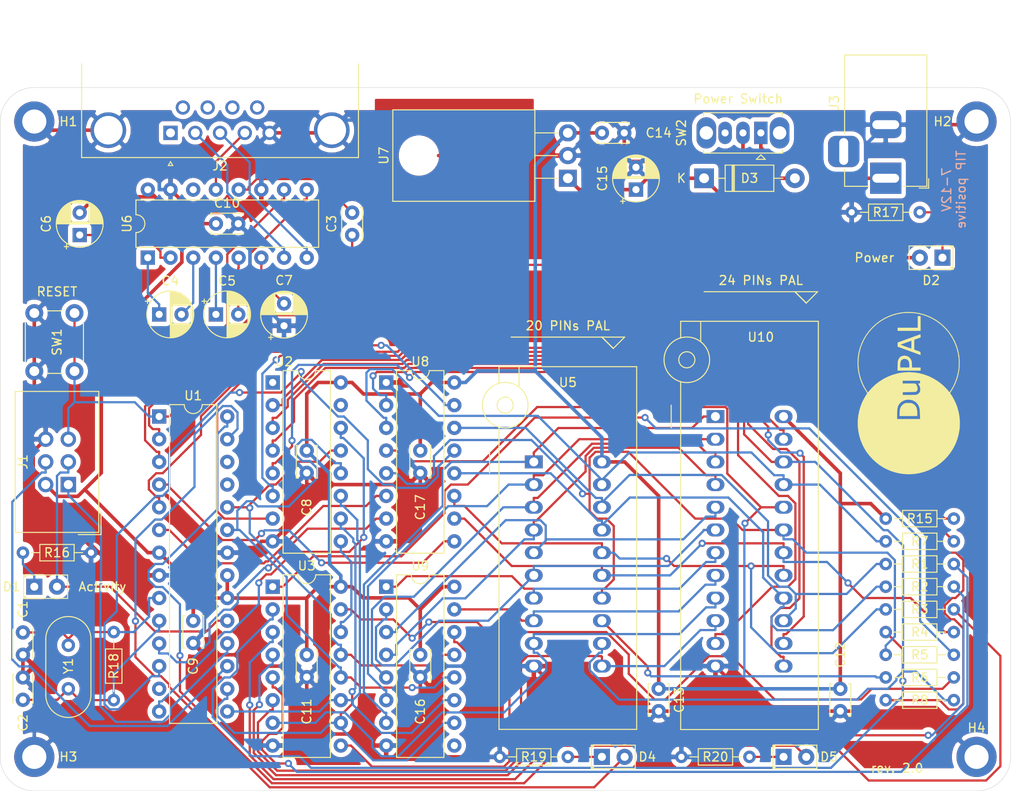
<source format=kicad_pcb>
(kicad_pcb (version 20171130) (host pcbnew 5.1.6-1.fc32)
  (layers (0 F.Cu signal) (31 B.Cu signal) (34 B.Paste user) (35 F.Paste user) (36 B.SilkS user) (37 F.SilkS user) (38 B.Mask user) (39 F.Mask user) (44 Edge.Cuts user))
  (net 0 "")
  (net 1 /XTAL1)
  (net 2 GND)
  (net 3 /XTAL2)
  (net 4 "Net-(C3-Pad2)")
  (net 5 /~RESET)
  (net 6 "Net-(C4-Pad2)")
  (net 7 "Net-(C4-Pad1)")
  (net 8 "Net-(C5-Pad2)")
  (net 9 "Net-(C5-Pad1)")
  (net 10 VCC)
  (net 11 "Net-(C6-Pad1)")
  (net 12 "Net-(C7-Pad2)")
  (net 13 /RECT_V12)
  (net 14 /SCK)
  (net 15 "Net-(D1-Pad1)")
  (net 16 "Net-(D2-Pad1)")
  (net 17 /SW_12V)
  (net 18 /MOSI)
  (net 19 /MISO)
  (net 20 /RS232-DTR)
  (net 21 /RS232-TX)
  (net 22 /RS232-RX)
  (net 23 +12V)
  (net 24 /TTL-TX)
  (net 25 /TTL-RX)
  (net 26 "Net-(U2-Pad9)")
  (net 27 "Net-(D4-Pad2)")
  (net 28 "Net-(D4-Pad1)")
  (net 29 "Net-(D5-Pad2)")
  (net 30 "Net-(D5-Pad1)")
  (net 31 "Net-(J2-Pad9)")
  (net 32 "Net-(J2-Pad8)")
  (net 33 "Net-(J2-Pad7)")
  (net 34 "Net-(J2-Pad6)")
  (net 35 "Net-(J2-Pad1)")
  (net 36 /P20_18)
  (net 37 /SIPO_O_14)
  (net 38 /P20_17)
  (net 39 /SIPO_O_13)
  (net 40 /P20_16)
  (net 41 /SIPO_O_12)
  (net 42 /P20_15)
  (net 43 /SIPO_O_11)
  (net 44 /P20_14)
  (net 45 /SIPO_O_10)
  (net 46 /P20_13)
  (net 47 /SIPO_O_9)
  (net 48 /P20_19)
  (net 49 /SIPO_O_8)
  (net 50 /P20_12)
  (net 51 /SIPO_O_7)
  (net 52 /SIPO_SER)
  (net 53 "Net-(U1-Pad13)")
  (net 54 "Net-(U1-Pad26)")
  (net 55 /PISO_SER)
  (net 56 "Net-(U1-Pad25)")
  (net 57 /PISO_CLK)
  (net 58 /~SIPO_OE)
  (net 59 /SIPO_RCLK)
  (net 60 /PISO_INH)
  (net 61 /PISO_SH)
  (net 62 /~PISO_CLR)
  (net 63 /~SIPO_CLR)
  (net 64 /SIPO_CLK)
  (net 65 /SIPO_O_1)
  (net 66 /P24_11)
  (net 67 /P24_13)
  (net 68 /P24_14)
  (net 69 /P24_23)
  (net 70 /SIPO_O_2)
  (net 71 /P20_9)
  (net 72 /P20_11)
  (net 73 "Net-(U3-Pad9)")
  (net 74 /P20_8)
  (net 75 /P20_7)
  (net 76 /P20_6)
  (net 77 /P20_5)
  (net 78 /P20_4)
  (net 79 /P20_3)
  (net 80 /P20_2)
  (net 81 /P20_1)
  (net 82 "Net-(U6-Pad14)")
  (net 83 "Net-(U9-Pad9)")
  (module logo:logo (layer F.Cu) (at 205.74 86.36 90)
    (fp_text reference G*** hide)
    (fp_text value LOGO hide)
  )
  (module MountingHole:MountingHole_2.7mm_M2.5_ISO7380_Pad (layer F.Cu) (at 200.66 129.54)
    (fp_text reference H4 (at 0 -3.25) (layer F.SilkS))
    (fp_text value MountingHole_Pad)
    (pad 1 thru_hole circle (at 0 0) (size 4.5 4.5) (drill 2.7) (layers *.Cu *.Mask) (net 2 GND))
  )
  (module MountingHole:MountingHole_2.7mm_M2.5_ISO7380_Pad (layer F.Cu) (at 95.25 129.54)
    (fp_text reference H3 (at 3.81 0) (layer F.SilkS))
    (fp_text value MountingHole_Pad)
    (pad 1 thru_hole circle (at 0 0) (size 4.5 4.5) (drill 2.7) (layers *.Cu *.Mask) (net 2 GND))
  )
  (module MountingHole:MountingHole_2.7mm_M2.5_ISO7380_Pad (layer F.Cu) (at 200.66 58.42)
    (fp_text reference H2 (at -3.81 0) (layer F.SilkS))
    (fp_text value MountingHole_Pad)
    (pad 1 thru_hole circle (at 0 0) (size 4.5 4.5) (drill 2.7) (layers *.Cu *.Mask) (net 2 GND))
  )
  (module MountingHole:MountingHole_2.7mm_M2.5_ISO7380_Pad (layer F.Cu) (at 95.25 58.42)
    (fp_text reference H1 (at 3.81 0) (layer F.SilkS))
    (fp_text value MountingHole_Pad)
    (pad 1 thru_hole circle (at 0 0) (size 4.5 4.5) (drill 2.7) (layers *.Cu *.Mask) (net 2 GND))
  )
  (module Socket:DIP_Socket-24_W4.3_W5.08_W7.62_W10.16_W10.9_3M_224-5248-00-0602J (layer F.Cu) (at 171.45 91.44)
    (fp_text reference U10 (at 5.08 -8.89) (layer F.SilkS))
    (fp_text value "24 Pin PAL")
    (pad 13 thru_hole oval (at 7.62 27.94) (size 2 1.44) (drill 1) (layers *.Cu *.Mask) (net 67 /P24_13))
    (pad 12 thru_hole oval (at 0 27.94) (size 2 1.44) (drill 1) (layers *.Cu *.Mask) (net 2 GND))
    (pad 14 thru_hole oval (at 7.62 25.4) (size 2 1.44) (drill 1) (layers *.Cu *.Mask) (net 68 /P24_14))
    (pad 11 thru_hole oval (at 0 25.4) (size 2 1.44) (drill 1) (layers *.Cu *.Mask) (net 66 /P24_11))
    (pad 15 thru_hole oval (at 7.62 22.86) (size 2 1.44) (drill 1) (layers *.Cu *.Mask) (net 36 /P20_18))
    (pad 10 thru_hole oval (at 0 22.86) (size 2 1.44) (drill 1) (layers *.Cu *.Mask) (net 72 /P20_11))
    (pad 16 thru_hole oval (at 7.62 20.32) (size 2 1.44) (drill 1) (layers *.Cu *.Mask) (net 38 /P20_17))
    (pad 9 thru_hole oval (at 0 20.32) (size 2 1.44) (drill 1) (layers *.Cu *.Mask) (net 71 /P20_9))
    (pad 17 thru_hole oval (at 7.62 17.78) (size 2 1.44) (drill 1) (layers *.Cu *.Mask) (net 40 /P20_16))
    (pad 8 thru_hole oval (at 0 17.78) (size 2 1.44) (drill 1) (layers *.Cu *.Mask) (net 74 /P20_8))
    (pad 18 thru_hole oval (at 7.62 15.24) (size 2 1.44) (drill 1) (layers *.Cu *.Mask) (net 42 /P20_15))
    (pad 7 thru_hole oval (at 0 15.24) (size 2 1.44) (drill 1) (layers *.Cu *.Mask) (net 75 /P20_7))
    (pad 19 thru_hole oval (at 7.62 12.7) (size 2 1.44) (drill 1) (layers *.Cu *.Mask) (net 44 /P20_14))
    (pad 6 thru_hole oval (at 0 12.7) (size 2 1.44) (drill 1) (layers *.Cu *.Mask) (net 76 /P20_6))
    (pad 20 thru_hole oval (at 7.62 10.16) (size 2 1.44) (drill 1) (layers *.Cu *.Mask) (net 46 /P20_13))
    (pad 5 thru_hole oval (at 0 10.16) (size 2 1.44) (drill 1) (layers *.Cu *.Mask) (net 77 /P20_5))
    (pad 21 thru_hole oval (at 7.62 7.62) (size 2 1.44) (drill 1) (layers *.Cu *.Mask) (net 48 /P20_19))
    (pad 4 thru_hole oval (at 0 7.62) (size 2 1.44) (drill 1) (layers *.Cu *.Mask) (net 78 /P20_4))
    (pad 22 thru_hole oval (at 7.62 5.08) (size 2 1.44) (drill 1) (layers *.Cu *.Mask) (net 50 /P20_12))
    (pad 3 thru_hole oval (at 0 5.08) (size 2 1.44) (drill 1) (layers *.Cu *.Mask) (net 79 /P20_3))
    (pad 23 thru_hole oval (at 7.62 2.54) (size 2 1.44) (drill 1) (layers *.Cu *.Mask) (net 69 /P24_23))
    (pad 2 thru_hole oval (at 0 2.54) (size 2 1.44) (drill 1) (layers *.Cu *.Mask) (net 80 /P20_2))
    (pad 24 thru_hole oval (at 7.62 0) (size 2 1.44) (drill 1) (layers *.Cu *.Mask) (net 10 VCC))
    (pad 1 thru_hole rect (at 0 0) (size 2 1.44) (drill 1) (layers *.Cu *.Mask) (net 81 /P20_1))
  )
  (module Package_DIP:DIP-16_W7.62mm (layer F.Cu) (at 134.62 110.49)
    (fp_text reference U9 (at 3.81 -2.33) (layer F.SilkS))
    (fp_text value 74HC595)
    (pad 16 thru_hole oval (at 7.62 0) (size 1.6 1.6) (drill 0.8) (layers *.Cu *.Mask) (net 10 VCC))
    (pad 8 thru_hole oval (at 0 17.78) (size 1.6 1.6) (drill 0.8) (layers *.Cu *.Mask) (net 2 GND))
    (pad 15 thru_hole oval (at 7.62 2.54) (size 1.6 1.6) (drill 0.8) (layers *.Cu *.Mask) (net 74 /P20_8))
    (pad 7 thru_hole oval (at 0 15.24) (size 1.6 1.6) (drill 0.8) (layers *.Cu *.Mask) (net 81 /P20_1))
    (pad 14 thru_hole oval (at 7.62 5.08) (size 1.6 1.6) (drill 0.8) (layers *.Cu *.Mask) (net 73 "Net-(U3-Pad9)"))
    (pad 6 thru_hole oval (at 0 12.7) (size 1.6 1.6) (drill 0.8) (layers *.Cu *.Mask) (net 80 /P20_2))
    (pad 13 thru_hole oval (at 7.62 7.62) (size 1.6 1.6) (drill 0.8) (layers *.Cu *.Mask) (net 58 /~SIPO_OE))
    (pad 5 thru_hole oval (at 0 10.16) (size 1.6 1.6) (drill 0.8) (layers *.Cu *.Mask) (net 79 /P20_3))
    (pad 12 thru_hole oval (at 7.62 10.16) (size 1.6 1.6) (drill 0.8) (layers *.Cu *.Mask) (net 59 /SIPO_RCLK))
    (pad 4 thru_hole oval (at 0 7.62) (size 1.6 1.6) (drill 0.8) (layers *.Cu *.Mask) (net 78 /P20_4))
    (pad 11 thru_hole oval (at 7.62 12.7) (size 1.6 1.6) (drill 0.8) (layers *.Cu *.Mask) (net 64 /SIPO_CLK))
    (pad 3 thru_hole oval (at 0 5.08) (size 1.6 1.6) (drill 0.8) (layers *.Cu *.Mask) (net 77 /P20_5))
    (pad 10 thru_hole oval (at 7.62 15.24) (size 1.6 1.6) (drill 0.8) (layers *.Cu *.Mask) (net 63 /~SIPO_CLR))
    (pad 2 thru_hole oval (at 0 2.54) (size 1.6 1.6) (drill 0.8) (layers *.Cu *.Mask) (net 76 /P20_6))
    (pad 9 thru_hole oval (at 7.62 17.78) (size 1.6 1.6) (drill 0.8) (layers *.Cu *.Mask) (net 83 "Net-(U9-Pad9)"))
    (pad 1 thru_hole rect (at 0 0) (size 1.6 1.6) (drill 0.8) (layers *.Cu *.Mask) (net 75 /P20_7))
  )
  (module Package_DIP:DIP-16_W7.62mm (layer F.Cu) (at 134.62 87.63)
    (fp_text reference U8 (at 3.81 -2.33) (layer F.SilkS))
    (fp_text value 74HC166)
    (pad 16 thru_hole oval (at 7.62 0) (size 1.6 1.6) (drill 0.8) (layers *.Cu *.Mask) (net 10 VCC))
    (pad 8 thru_hole oval (at 0 17.78) (size 1.6 1.6) (drill 0.8) (layers *.Cu *.Mask) (net 2 GND))
    (pad 15 thru_hole oval (at 7.62 2.54) (size 1.6 1.6) (drill 0.8) (layers *.Cu *.Mask) (net 61 /PISO_SH))
    (pad 7 thru_hole oval (at 0 15.24) (size 1.6 1.6) (drill 0.8) (layers *.Cu *.Mask) (net 57 /PISO_CLK))
    (pad 14 thru_hole oval (at 7.62 5.08) (size 1.6 1.6) (drill 0.8) (layers *.Cu *.Mask) (net 36 /P20_18))
    (pad 6 thru_hole oval (at 0 12.7) (size 1.6 1.6) (drill 0.8) (layers *.Cu *.Mask) (net 60 /PISO_INH))
    (pad 13 thru_hole oval (at 7.62 7.62) (size 1.6 1.6) (drill 0.8) (layers *.Cu *.Mask) (net 55 /PISO_SER))
    (pad 5 thru_hole oval (at 0 10.16) (size 1.6 1.6) (drill 0.8) (layers *.Cu *.Mask) (net 44 /P20_14))
    (pad 12 thru_hole oval (at 7.62 10.16) (size 1.6 1.6) (drill 0.8) (layers *.Cu *.Mask) (net 38 /P20_17))
    (pad 4 thru_hole oval (at 0 7.62) (size 1.6 1.6) (drill 0.8) (layers *.Cu *.Mask) (net 46 /P20_13))
    (pad 11 thru_hole oval (at 7.62 12.7) (size 1.6 1.6) (drill 0.8) (layers *.Cu *.Mask) (net 40 /P20_16))
    (pad 3 thru_hole oval (at 0 5.08) (size 1.6 1.6) (drill 0.8) (layers *.Cu *.Mask) (net 48 /P20_19))
    (pad 10 thru_hole oval (at 7.62 15.24) (size 1.6 1.6) (drill 0.8) (layers *.Cu *.Mask) (net 42 /P20_15))
    (pad 2 thru_hole oval (at 0 2.54) (size 1.6 1.6) (drill 0.8) (layers *.Cu *.Mask) (net 50 /P20_12))
    (pad 9 thru_hole oval (at 7.62 17.78) (size 1.6 1.6) (drill 0.8) (layers *.Cu *.Mask) (net 62 /~PISO_CLR))
    (pad 1 thru_hole rect (at 0 0) (size 1.6 1.6) (drill 0.8) (layers *.Cu *.Mask) (net 2 GND))
  )
  (module Package_TO_SOT_THT:TO-220-3_Horizontal_TabDown (layer F.Cu) (at 154.94 64.77 90)
    (fp_text reference U7 (at 2.54 -20.58 90) (layer F.SilkS))
    (fp_text value L7805)
    (pad 3 thru_hole oval (at 5.08 0 90) (size 1.905 2) (drill 1.1) (layers *.Cu *.Mask) (net 10 VCC))
    (pad 2 thru_hole oval (at 2.54 0 90) (size 1.905 2) (drill 1.1) (layers *.Cu *.Mask) (net 2 GND))
    (pad 1 thru_hole rect (at 0 0 90) (size 1.905 2) (drill 1.1) (layers *.Cu *.Mask) (net 13 /RECT_V12))
    (pad "" np_thru_hole oval (at 2.54 -16.66 90) (size 3.5 3.5) (drill 3.5) (layers *.Cu *.Mask))
  )
  (module Resistor_THT:R_Axial_DIN0204_L3.6mm_D1.6mm_P7.62mm_Horizontal (layer F.Cu) (at 175.26 129.54 180)
    (fp_text reference R20 (at 3.81 0) (layer F.SilkS))
    (fp_text value 680)
    (pad 2 thru_hole oval (at 7.62 0 180) (size 1.4 1.4) (drill 0.7) (layers *.Cu *.Mask) (net 2 GND))
    (pad 1 thru_hole circle (at 0 0 180) (size 1.4 1.4) (drill 0.7) (layers *.Cu *.Mask) (net 30 "Net-(D5-Pad1)"))
  )
  (module Resistor_THT:R_Axial_DIN0204_L3.6mm_D1.6mm_P7.62mm_Horizontal (layer F.Cu) (at 154.94 129.54 180)
    (fp_text reference R19 (at 3.81 0) (layer F.SilkS))
    (fp_text value 680)
    (pad 2 thru_hole oval (at 7.62 0 180) (size 1.4 1.4) (drill 0.7) (layers *.Cu *.Mask) (net 2 GND))
    (pad 1 thru_hole circle (at 0 0 180) (size 1.4 1.4) (drill 0.7) (layers *.Cu *.Mask) (net 28 "Net-(D4-Pad1)"))
  )
  (module LED_THT:LED_D2.0mm_W4.8mm_H2.5mm_FlatTop (layer F.Cu) (at 179.07 129.54)
    (fp_text reference D5 (at 5.08 0) (layer F.SilkS))
    (fp_text value PAL24_LED)
    (pad 2 thru_hole circle (at 2.54 0) (size 1.8 1.8) (drill 0.9) (layers *.Cu *.Mask) (net 29 "Net-(D5-Pad2)"))
    (pad 1 thru_hole rect (at 0 0) (size 1.8 1.8) (drill 0.9) (layers *.Cu *.Mask) (net 30 "Net-(D5-Pad1)"))
  )
  (module LED_THT:LED_D2.0mm_W4.8mm_H2.5mm_FlatTop (layer F.Cu) (at 158.75 129.54)
    (fp_text reference D4 (at 5.08 0) (layer F.SilkS))
    (fp_text value PAL20_LED)
    (pad 2 thru_hole circle (at 2.54 0) (size 1.8 1.8) (drill 0.9) (layers *.Cu *.Mask) (net 27 "Net-(D4-Pad2)"))
    (pad 1 thru_hole rect (at 0 0) (size 1.8 1.8) (drill 0.9) (layers *.Cu *.Mask) (net 28 "Net-(D4-Pad1)"))
  )
  (module Capacitor_THT:C_Disc_D3.4mm_W2.1mm_P2.50mm (layer F.Cu) (at 138.43 95.25 270)
    (fp_text reference C17 (at 6.35 0 90) (layer F.SilkS))
    (fp_text value 100nF)
    (pad 2 thru_hole circle (at 2.5 0 270) (size 1.6 1.6) (drill 0.8) (layers *.Cu *.Mask) (net 2 GND))
    (pad 1 thru_hole circle (at 0 0 270) (size 1.6 1.6) (drill 0.8) (layers *.Cu *.Mask) (net 10 VCC))
  )
  (module Capacitor_THT:C_Disc_D3.4mm_W2.1mm_P2.50mm (layer F.Cu) (at 138.43 118.11 270)
    (fp_text reference C16 (at 6.35 0 90) (layer F.SilkS))
    (fp_text value 100nF)
    (pad 2 thru_hole circle (at 2.5 0 270) (size 1.6 1.6) (drill 0.8) (layers *.Cu *.Mask) (net 2 GND))
    (pad 1 thru_hole circle (at 0 0 270) (size 1.6 1.6) (drill 0.8) (layers *.Cu *.Mask) (net 10 VCC))
  )
  (module Capacitor_THT:C_Disc_D3.4mm_W2.1mm_P2.50mm (layer F.Cu) (at 165.1 121.92 270)
    (fp_text reference C13 (at 1.25 -2.3 90) (layer F.SilkS))
    (fp_text value 100nF)
    (pad 2 thru_hole circle (at 2.5 0 270) (size 1.6 1.6) (drill 0.8) (layers *.Cu *.Mask) (net 2 GND))
    (pad 1 thru_hole circle (at 0 0 270) (size 1.6 1.6) (drill 0.8) (layers *.Cu *.Mask) (net 10 VCC))
  )
  (module Crystal:Crystal_HC49-U_Vertical (layer F.Cu) (at 99.06 121.92 90)
    (fp_text reference Y1 (at 2.54 0 90) (layer F.SilkS))
    (fp_text value 8Mhz)
    (pad 2 thru_hole circle (at 4.88 0 90) (size 1.5 1.5) (drill 0.8) (layers *.Cu *.Mask) (net 1 /XTAL1))
    (pad 1 thru_hole circle (at 0 0 90) (size 1.5 1.5) (drill 0.8) (layers *.Cu *.Mask) (net 3 /XTAL2))
  )
  (module Package_DIP:DIP-16_W7.62mm (layer F.Cu) (at 107.95 73.66 90)
    (fp_text reference U6 (at 3.81 -2.33 90) (layer F.SilkS))
    (fp_text value MAX232)
    (pad 16 thru_hole oval (at 7.62 0 90) (size 1.6 1.6) (drill 0.8) (layers *.Cu *.Mask) (net 10 VCC))
    (pad 8 thru_hole oval (at 0 17.78 90) (size 1.6 1.6) (drill 0.8) (layers *.Cu *.Mask) (net 21 /RS232-TX))
    (pad 15 thru_hole oval (at 7.62 2.54 90) (size 1.6 1.6) (drill 0.8) (layers *.Cu *.Mask) (net 2 GND))
    (pad 7 thru_hole oval (at 0 15.24 90) (size 1.6 1.6) (drill 0.8) (layers *.Cu *.Mask) (net 22 /RS232-RX))
    (pad 14 thru_hole oval (at 7.62 5.08 90) (size 1.6 1.6) (drill 0.8) (layers *.Cu *.Mask) (net 82 "Net-(U6-Pad14)"))
    (pad 6 thru_hole oval (at 0 12.7 90) (size 1.6 1.6) (drill 0.8) (layers *.Cu *.Mask) (net 12 "Net-(C7-Pad2)"))
    (pad 13 thru_hole oval (at 7.62 7.62 90) (size 1.6 1.6) (drill 0.8) (layers *.Cu *.Mask) (net 20 /RS232-DTR))
    (pad 5 thru_hole oval (at 0 10.16 90) (size 1.6 1.6) (drill 0.8) (layers *.Cu *.Mask) (net 8 "Net-(C5-Pad2)"))
    (pad 12 thru_hole oval (at 7.62 10.16 90) (size 1.6 1.6) (drill 0.8) (layers *.Cu *.Mask) (net 4 "Net-(C3-Pad2)"))
    (pad 4 thru_hole oval (at 0 7.62 90) (size 1.6 1.6) (drill 0.8) (layers *.Cu *.Mask) (net 9 "Net-(C5-Pad1)"))
    (pad 11 thru_hole oval (at 7.62 12.7 90) (size 1.6 1.6) (drill 0.8) (layers *.Cu *.Mask) (net 2 GND))
    (pad 3 thru_hole oval (at 0 5.08 90) (size 1.6 1.6) (drill 0.8) (layers *.Cu *.Mask) (net 6 "Net-(C4-Pad2)"))
    (pad 10 thru_hole oval (at 7.62 15.24 90) (size 1.6 1.6) (drill 0.8) (layers *.Cu *.Mask) (net 24 /TTL-TX))
    (pad 2 thru_hole oval (at 0 2.54 90) (size 1.6 1.6) (drill 0.8) (layers *.Cu *.Mask) (net 11 "Net-(C6-Pad1)"))
    (pad 9 thru_hole oval (at 7.62 17.78 90) (size 1.6 1.6) (drill 0.8) (layers *.Cu *.Mask) (net 25 /TTL-RX))
    (pad 1 thru_hole rect (at 0 0 90) (size 1.6 1.6) (drill 0.8) (layers *.Cu *.Mask) (net 7 "Net-(C4-Pad1)"))
  )
  (module Socket:DIP_Socket-20_W4.3_W5.08_W7.62_W10.16_W10.9_3M_220-3342-00-0602J (layer F.Cu) (at 151.13 96.52)
    (fp_text reference U5 (at 3.81 -8.89) (layer F.SilkS))
    (fp_text value "20 Pin PAL")
    (pad 11 thru_hole oval (at 7.62 22.86) (size 2 1.44) (drill 1) (layers *.Cu *.Mask) (net 72 /P20_11))
    (pad 10 thru_hole oval (at 0 22.86) (size 2 1.44) (drill 1) (layers *.Cu *.Mask) (net 2 GND))
    (pad 12 thru_hole oval (at 7.62 20.32) (size 2 1.44) (drill 1) (layers *.Cu *.Mask) (net 50 /P20_12))
    (pad 9 thru_hole oval (at 0 20.32) (size 2 1.44) (drill 1) (layers *.Cu *.Mask) (net 71 /P20_9))
    (pad 13 thru_hole oval (at 7.62 17.78) (size 2 1.44) (drill 1) (layers *.Cu *.Mask) (net 46 /P20_13))
    (pad 8 thru_hole oval (at 0 17.78) (size 2 1.44) (drill 1) (layers *.Cu *.Mask) (net 74 /P20_8))
    (pad 14 thru_hole oval (at 7.62 15.24) (size 2 1.44) (drill 1) (layers *.Cu *.Mask) (net 44 /P20_14))
    (pad 7 thru_hole oval (at 0 15.24) (size 2 1.44) (drill 1) (layers *.Cu *.Mask) (net 75 /P20_7))
    (pad 15 thru_hole oval (at 7.62 12.7) (size 2 1.44) (drill 1) (layers *.Cu *.Mask) (net 42 /P20_15))
    (pad 6 thru_hole oval (at 0 12.7) (size 2 1.44) (drill 1) (layers *.Cu *.Mask) (net 76 /P20_6))
    (pad 16 thru_hole oval (at 7.62 10.16) (size 2 1.44) (drill 1) (layers *.Cu *.Mask) (net 40 /P20_16))
    (pad 5 thru_hole oval (at 0 10.16) (size 2 1.44) (drill 1) (layers *.Cu *.Mask) (net 77 /P20_5))
    (pad 17 thru_hole oval (at 7.62 7.62) (size 2 1.44) (drill 1) (layers *.Cu *.Mask) (net 38 /P20_17))
    (pad 4 thru_hole oval (at 0 7.62) (size 2 1.44) (drill 1) (layers *.Cu *.Mask) (net 78 /P20_4))
    (pad 18 thru_hole oval (at 7.62 5.08) (size 2 1.44) (drill 1) (layers *.Cu *.Mask) (net 36 /P20_18))
    (pad 3 thru_hole oval (at 0 5.08) (size 2 1.44) (drill 1) (layers *.Cu *.Mask) (net 79 /P20_3))
    (pad 19 thru_hole oval (at 7.62 2.54) (size 2 1.44) (drill 1) (layers *.Cu *.Mask) (net 48 /P20_19))
    (pad 2 thru_hole oval (at 0 2.54) (size 2 1.44) (drill 1) (layers *.Cu *.Mask) (net 80 /P20_2))
    (pad 20 thru_hole oval (at 7.62 0) (size 2 1.44) (drill 1) (layers *.Cu *.Mask) (net 10 VCC))
    (pad 1 thru_hole rect (at 0 0) (size 2 1.44) (drill 1) (layers *.Cu *.Mask) (net 81 /P20_1))
  )
  (module Package_DIP:DIP-16_W7.62mm (layer F.Cu) (at 121.92 110.49)
    (fp_text reference U3 (at 3.81 -2.33) (layer F.SilkS))
    (fp_text value 74HC595)
    (pad 16 thru_hole oval (at 7.62 0) (size 1.6 1.6) (drill 0.8) (layers *.Cu *.Mask) (net 10 VCC))
    (pad 8 thru_hole oval (at 0 17.78) (size 1.6 1.6) (drill 0.8) (layers *.Cu *.Mask) (net 2 GND))
    (pad 15 thru_hole oval (at 7.62 2.54) (size 1.6 1.6) (drill 0.8) (layers *.Cu *.Mask) (net 47 /SIPO_O_9))
    (pad 7 thru_hole oval (at 0 15.24) (size 1.6 1.6) (drill 0.8) (layers *.Cu *.Mask) (net 71 /P20_9))
    (pad 14 thru_hole oval (at 7.62 5.08) (size 1.6 1.6) (drill 0.8) (layers *.Cu *.Mask) (net 26 "Net-(U2-Pad9)"))
    (pad 6 thru_hole oval (at 0 12.7) (size 1.6 1.6) (drill 0.8) (layers *.Cu *.Mask) (net 72 /P20_11))
    (pad 13 thru_hole oval (at 7.62 7.62) (size 1.6 1.6) (drill 0.8) (layers *.Cu *.Mask) (net 58 /~SIPO_OE))
    (pad 5 thru_hole oval (at 0 10.16) (size 1.6 1.6) (drill 0.8) (layers *.Cu *.Mask) (net 37 /SIPO_O_14))
    (pad 12 thru_hole oval (at 7.62 10.16) (size 1.6 1.6) (drill 0.8) (layers *.Cu *.Mask) (net 59 /SIPO_RCLK))
    (pad 4 thru_hole oval (at 0 7.62) (size 1.6 1.6) (drill 0.8) (layers *.Cu *.Mask) (net 39 /SIPO_O_13))
    (pad 11 thru_hole oval (at 7.62 12.7) (size 1.6 1.6) (drill 0.8) (layers *.Cu *.Mask) (net 64 /SIPO_CLK))
    (pad 3 thru_hole oval (at 0 5.08) (size 1.6 1.6) (drill 0.8) (layers *.Cu *.Mask) (net 41 /SIPO_O_12))
    (pad 10 thru_hole oval (at 7.62 15.24) (size 1.6 1.6) (drill 0.8) (layers *.Cu *.Mask) (net 63 /~SIPO_CLR))
    (pad 2 thru_hole oval (at 0 2.54) (size 1.6 1.6) (drill 0.8) (layers *.Cu *.Mask) (net 43 /SIPO_O_11))
    (pad 9 thru_hole oval (at 7.62 17.78) (size 1.6 1.6) (drill 0.8) (layers *.Cu *.Mask) (net 73 "Net-(U3-Pad9)"))
    (pad 1 thru_hole rect (at 0 0) (size 1.6 1.6) (drill 0.8) (layers *.Cu *.Mask) (net 45 /SIPO_O_10))
  )
  (module Package_DIP:DIP-16_W7.62mm (layer F.Cu) (at 121.92 87.63)
    (fp_text reference U2 (at 1.27 -2.33) (layer F.SilkS))
    (fp_text value 74HC595)
    (pad 16 thru_hole oval (at 7.62 0) (size 1.6 1.6) (drill 0.8) (layers *.Cu *.Mask) (net 10 VCC))
    (pad 8 thru_hole oval (at 0 17.78) (size 1.6 1.6) (drill 0.8) (layers *.Cu *.Mask) (net 2 GND))
    (pad 15 thru_hole oval (at 7.62 2.54) (size 1.6 1.6) (drill 0.8) (layers *.Cu *.Mask) (net 65 /SIPO_O_1))
    (pad 7 thru_hole oval (at 0 15.24) (size 1.6 1.6) (drill 0.8) (layers *.Cu *.Mask) (net 49 /SIPO_O_8))
    (pad 14 thru_hole oval (at 7.62 5.08) (size 1.6 1.6) (drill 0.8) (layers *.Cu *.Mask) (net 52 /SIPO_SER))
    (pad 6 thru_hole oval (at 0 12.7) (size 1.6 1.6) (drill 0.8) (layers *.Cu *.Mask) (net 51 /SIPO_O_7))
    (pad 13 thru_hole oval (at 7.62 7.62) (size 1.6 1.6) (drill 0.8) (layers *.Cu *.Mask) (net 58 /~SIPO_OE))
    (pad 5 thru_hole oval (at 0 10.16) (size 1.6 1.6) (drill 0.8) (layers *.Cu *.Mask) (net 66 /P24_11))
    (pad 12 thru_hole oval (at 7.62 10.16) (size 1.6 1.6) (drill 0.8) (layers *.Cu *.Mask) (net 59 /SIPO_RCLK))
    (pad 4 thru_hole oval (at 0 7.62) (size 1.6 1.6) (drill 0.8) (layers *.Cu *.Mask) (net 67 /P24_13))
    (pad 11 thru_hole oval (at 7.62 12.7) (size 1.6 1.6) (drill 0.8) (layers *.Cu *.Mask) (net 64 /SIPO_CLK))
    (pad 3 thru_hole oval (at 0 5.08) (size 1.6 1.6) (drill 0.8) (layers *.Cu *.Mask) (net 68 /P24_14))
    (pad 10 thru_hole oval (at 7.62 15.24) (size 1.6 1.6) (drill 0.8) (layers *.Cu *.Mask) (net 63 /~SIPO_CLR))
    (pad 2 thru_hole oval (at 0 2.54) (size 1.6 1.6) (drill 0.8) (layers *.Cu *.Mask) (net 69 /P24_23))
    (pad 9 thru_hole oval (at 7.62 17.78) (size 1.6 1.6) (drill 0.8) (layers *.Cu *.Mask) (net 26 "Net-(U2-Pad9)"))
    (pad 1 thru_hole rect (at 0 0) (size 1.6 1.6) (drill 0.8) (layers *.Cu *.Mask) (net 70 /SIPO_O_2))
  )
  (module Package_DIP:DIP-28_W7.62mm (layer F.Cu) (at 109.22 91.44)
    (fp_text reference U1 (at 3.81 -2.33) (layer F.SilkS))
    (fp_text value ATmega8A-PU)
    (pad 28 thru_hole oval (at 7.62 0) (size 1.6 1.6) (drill 0.8) (layers *.Cu *.Mask) (net 29 "Net-(D5-Pad2)"))
    (pad 14 thru_hole oval (at 0 33.02) (size 1.6 1.6) (drill 0.8) (layers *.Cu *.Mask) (net 52 /SIPO_SER))
    (pad 27 thru_hole oval (at 7.62 2.54) (size 1.6 1.6) (drill 0.8) (layers *.Cu *.Mask) (net 27 "Net-(D4-Pad2)"))
    (pad 13 thru_hole oval (at 0 30.48) (size 1.6 1.6) (drill 0.8) (layers *.Cu *.Mask) (net 53 "Net-(U1-Pad13)"))
    (pad 26 thru_hole oval (at 7.62 5.08) (size 1.6 1.6) (drill 0.8) (layers *.Cu *.Mask) (net 54 "Net-(U1-Pad26)"))
    (pad 12 thru_hole oval (at 0 27.94) (size 1.6 1.6) (drill 0.8) (layers *.Cu *.Mask) (net 55 /PISO_SER))
    (pad 25 thru_hole oval (at 7.62 7.62) (size 1.6 1.6) (drill 0.8) (layers *.Cu *.Mask) (net 56 "Net-(U1-Pad25)"))
    (pad 11 thru_hole oval (at 0 25.4) (size 1.6 1.6) (drill 0.8) (layers *.Cu *.Mask) (net 57 /PISO_CLK))
    (pad 24 thru_hole oval (at 7.62 10.16) (size 1.6 1.6) (drill 0.8) (layers *.Cu *.Mask) (net 58 /~SIPO_OE))
    (pad 10 thru_hole oval (at 0 22.86) (size 1.6 1.6) (drill 0.8) (layers *.Cu *.Mask) (net 3 /XTAL2))
    (pad 23 thru_hole oval (at 7.62 12.7) (size 1.6 1.6) (drill 0.8) (layers *.Cu *.Mask) (net 59 /SIPO_RCLK))
    (pad 9 thru_hole oval (at 0 20.32) (size 1.6 1.6) (drill 0.8) (layers *.Cu *.Mask) (net 1 /XTAL1))
    (pad 22 thru_hole oval (at 7.62 15.24) (size 1.6 1.6) (drill 0.8) (layers *.Cu *.Mask) (net 2 GND))
    (pad 8 thru_hole oval (at 0 17.78) (size 1.6 1.6) (drill 0.8) (layers *.Cu *.Mask) (net 2 GND))
    (pad 21 thru_hole oval (at 7.62 17.78) (size 1.6 1.6) (drill 0.8) (layers *.Cu *.Mask) (net 10 VCC))
    (pad 7 thru_hole oval (at 0 15.24) (size 1.6 1.6) (drill 0.8) (layers *.Cu *.Mask) (net 10 VCC))
    (pad 20 thru_hole oval (at 7.62 20.32) (size 1.6 1.6) (drill 0.8) (layers *.Cu *.Mask) (net 10 VCC))
    (pad 6 thru_hole oval (at 0 12.7) (size 1.6 1.6) (drill 0.8) (layers *.Cu *.Mask) (net 60 /PISO_INH))
    (pad 19 thru_hole oval (at 7.62 22.86) (size 1.6 1.6) (drill 0.8) (layers *.Cu *.Mask) (net 14 /SCK))
    (pad 5 thru_hole oval (at 0 10.16) (size 1.6 1.6) (drill 0.8) (layers *.Cu *.Mask) (net 61 /PISO_SH))
    (pad 18 thru_hole oval (at 7.62 25.4) (size 1.6 1.6) (drill 0.8) (layers *.Cu *.Mask) (net 19 /MISO))
    (pad 4 thru_hole oval (at 0 7.62) (size 1.6 1.6) (drill 0.8) (layers *.Cu *.Mask) (net 62 /~PISO_CLR))
    (pad 17 thru_hole oval (at 7.62 27.94) (size 1.6 1.6) (drill 0.8) (layers *.Cu *.Mask) (net 18 /MOSI))
    (pad 3 thru_hole oval (at 0 5.08) (size 1.6 1.6) (drill 0.8) (layers *.Cu *.Mask) (net 24 /TTL-TX))
    (pad 16 thru_hole oval (at 7.62 30.48) (size 1.6 1.6) (drill 0.8) (layers *.Cu *.Mask) (net 63 /~SIPO_CLR))
    (pad 2 thru_hole oval (at 0 2.54) (size 1.6 1.6) (drill 0.8) (layers *.Cu *.Mask) (net 25 /TTL-RX))
    (pad 15 thru_hole oval (at 7.62 33.02) (size 1.6 1.6) (drill 0.8) (layers *.Cu *.Mask) (net 64 /SIPO_CLK))
    (pad 1 thru_hole rect (at 0 0) (size 1.6 1.6) (drill 0.8) (layers *.Cu *.Mask) (net 5 /~RESET))
  )
  (module Button_Switch_THT:SW_Slide_1P2T_CK_OS102011MS2Q (layer F.Cu) (at 176.53 59.69 180)
    (fp_text reference SW2 (at 8.89 0 90) (layer F.SilkS))
    (fp_text value Power)
    (pad "" thru_hole oval (at 6.1 0 180) (size 2.2 3.5) (drill 1.5) (layers *.Cu *.Mask))
    (pad "" thru_hole oval (at -2.1 0 180) (size 2.2 3.5) (drill 1.5) (layers *.Cu *.Mask))
    (pad 3 thru_hole oval (at 4 0 180) (size 1.5 2.5) (drill 0.8) (layers *.Cu *.Mask))
    (pad 2 thru_hole oval (at 2 0 180) (size 1.5 2.5) (drill 0.8) (layers *.Cu *.Mask) (net 17 /SW_12V))
    (pad 1 thru_hole rect (at 0 0 180) (size 1.5 2.5) (drill 0.8) (layers *.Cu *.Mask) (net 23 +12V))
  )
  (module Button_Switch_THT:SW_PUSH_6mm (layer F.Cu) (at 95.25 86.36 90)
    (fp_text reference SW1 (at 3.25 2.54 90) (layer F.SilkS))
    (fp_text value SW_Push)
    (pad 1 thru_hole circle (at 6.5 0 180) (size 2 2) (drill 1.1) (layers *.Cu *.Mask) (net 2 GND))
    (pad 2 thru_hole circle (at 6.5 4.5 180) (size 2 2) (drill 1.1) (layers *.Cu *.Mask) (net 5 /~RESET))
    (pad 1 thru_hole circle (at 0 0 180) (size 2 2) (drill 1.1) (layers *.Cu *.Mask) (net 2 GND))
    (pad 2 thru_hole circle (at 0 4.5 180) (size 2 2) (drill 1.1) (layers *.Cu *.Mask) (net 5 /~RESET))
  )
  (module Resistor_THT:R_Axial_DIN0204_L3.6mm_D1.6mm_P7.62mm_Horizontal (layer F.Cu) (at 104.14 123.19 90)
    (fp_text reference R18 (at 3.81 0 90) (layer F.SilkS))
    (fp_text value 1M)
    (pad 2 thru_hole oval (at 7.62 0 90) (size 1.4 1.4) (drill 0.7) (layers *.Cu *.Mask) (net 1 /XTAL1))
    (pad 1 thru_hole circle (at 0 0 90) (size 1.4 1.4) (drill 0.7) (layers *.Cu *.Mask) (net 3 /XTAL2))
  )
  (module Resistor_THT:R_Axial_DIN0204_L3.6mm_D1.6mm_P7.62mm_Horizontal (layer F.Cu) (at 194.31 68.58 180)
    (fp_text reference R17 (at 3.81 0) (layer F.SilkS))
    (fp_text value 1.2K)
    (pad 2 thru_hole oval (at 7.62 0 180) (size 1.4 1.4) (drill 0.7) (layers *.Cu *.Mask) (net 2 GND))
    (pad 1 thru_hole circle (at 0 0 180) (size 1.4 1.4) (drill 0.7) (layers *.Cu *.Mask) (net 16 "Net-(D2-Pad1)"))
  )
  (module Resistor_THT:R_Axial_DIN0204_L3.6mm_D1.6mm_P7.62mm_Horizontal (layer F.Cu) (at 93.98 106.68)
    (fp_text reference R16 (at 3.81 0) (layer F.SilkS))
    (fp_text value 680)
    (pad 2 thru_hole oval (at 7.62 0) (size 1.4 1.4) (drill 0.7) (layers *.Cu *.Mask) (net 2 GND))
    (pad 1 thru_hole circle (at 0 0) (size 1.4 1.4) (drill 0.7) (layers *.Cu *.Mask) (net 15 "Net-(D1-Pad1)"))
  )
  (module Resistor_THT:R_Axial_DIN0204_L3.6mm_D1.6mm_P7.62mm_Horizontal (layer F.Cu) (at 190.5 102.87)
    (fp_text reference R15 (at 3.81 0) (layer F.SilkS))
    (fp_text value 10K)
    (pad 2 thru_hole oval (at 7.62 0) (size 1.4 1.4) (drill 0.7) (layers *.Cu *.Mask) (net 5 /~RESET))
    (pad 1 thru_hole circle (at 0 0) (size 1.4 1.4) (drill 0.7) (layers *.Cu *.Mask) (net 10 VCC))
  )
  (module Resistor_THT:R_Axial_DIN0204_L3.6mm_D1.6mm_P7.62mm_Horizontal (layer F.Cu) (at 190.5 123.19)
    (fp_text reference R8 (at 3.81 0) (layer F.SilkS))
    (fp_text value 10K)
    (pad 2 thru_hole oval (at 7.62 0) (size 1.4 1.4) (drill 0.7) (layers *.Cu *.Mask) (net 50 /P20_12))
    (pad 1 thru_hole circle (at 0 0) (size 1.4 1.4) (drill 0.7) (layers *.Cu *.Mask) (net 51 /SIPO_O_7))
  )
  (module Resistor_THT:R_Axial_DIN0204_L3.6mm_D1.6mm_P7.62mm_Horizontal (layer F.Cu) (at 198.12 105.41 180)
    (fp_text reference R7 (at 3.81 0) (layer F.SilkS))
    (fp_text value 10K)
    (pad 2 thru_hole oval (at 7.62 0 180) (size 1.4 1.4) (drill 0.7) (layers *.Cu *.Mask) (net 48 /P20_19))
    (pad 1 thru_hole circle (at 0 0 180) (size 1.4 1.4) (drill 0.7) (layers *.Cu *.Mask) (net 49 /SIPO_O_8))
  )
  (module Resistor_THT:R_Axial_DIN0204_L3.6mm_D1.6mm_P7.62mm_Horizontal (layer F.Cu) (at 198.12 120.65 180)
    (fp_text reference R6 (at 3.81 0) (layer F.SilkS))
    (fp_text value 10K)
    (pad 2 thru_hole oval (at 7.62 0 180) (size 1.4 1.4) (drill 0.7) (layers *.Cu *.Mask) (net 46 /P20_13))
    (pad 1 thru_hole circle (at 0 0 180) (size 1.4 1.4) (drill 0.7) (layers *.Cu *.Mask) (net 47 /SIPO_O_9))
  )
  (module Resistor_THT:R_Axial_DIN0204_L3.6mm_D1.6mm_P7.62mm_Horizontal (layer F.Cu) (at 198.12 118.11 180)
    (fp_text reference R5 (at 3.81 0) (layer F.SilkS))
    (fp_text value 10K)
    (pad 2 thru_hole oval (at 7.62 0 180) (size 1.4 1.4) (drill 0.7) (layers *.Cu *.Mask) (net 44 /P20_14))
    (pad 1 thru_hole circle (at 0 0 180) (size 1.4 1.4) (drill 0.7) (layers *.Cu *.Mask) (net 45 /SIPO_O_10))
  )
  (module Resistor_THT:R_Axial_DIN0204_L3.6mm_D1.6mm_P7.62mm_Horizontal (layer F.Cu) (at 190.5 115.57)
    (fp_text reference R4 (at 3.81 0) (layer F.SilkS))
    (fp_text value 10K)
    (pad 2 thru_hole oval (at 7.62 0) (size 1.4 1.4) (drill 0.7) (layers *.Cu *.Mask) (net 42 /P20_15))
    (pad 1 thru_hole circle (at 0 0) (size 1.4 1.4) (drill 0.7) (layers *.Cu *.Mask) (net 43 /SIPO_O_11))
  )
  (module Resistor_THT:R_Axial_DIN0204_L3.6mm_D1.6mm_P7.62mm_Horizontal (layer F.Cu) (at 198.12 113.03 180)
    (fp_text reference R3 (at 3.81 0) (layer F.SilkS))
    (fp_text value 10K)
    (pad 2 thru_hole oval (at 7.62 0 180) (size 1.4 1.4) (drill 0.7) (layers *.Cu *.Mask) (net 40 /P20_16))
    (pad 1 thru_hole circle (at 0 0 180) (size 1.4 1.4) (drill 0.7) (layers *.Cu *.Mask) (net 41 /SIPO_O_12))
  )
  (module Resistor_THT:R_Axial_DIN0204_L3.6mm_D1.6mm_P7.62mm_Horizontal (layer F.Cu) (at 198.12 110.49 180)
    (fp_text reference R2 (at 3.81 0) (layer F.SilkS))
    (fp_text value 10K)
    (pad 2 thru_hole oval (at 7.62 0 180) (size 1.4 1.4) (drill 0.7) (layers *.Cu *.Mask) (net 38 /P20_17))
    (pad 1 thru_hole circle (at 0 0 180) (size 1.4 1.4) (drill 0.7) (layers *.Cu *.Mask) (net 39 /SIPO_O_13))
  )
  (module Resistor_THT:R_Axial_DIN0204_L3.6mm_D1.6mm_P7.62mm_Horizontal (layer F.Cu) (at 198.12 107.95 180)
    (fp_text reference R1 (at 3.81 0) (layer F.SilkS))
    (fp_text value 10K)
    (pad 2 thru_hole oval (at 7.62 0 180) (size 1.4 1.4) (drill 0.7) (layers *.Cu *.Mask) (net 36 /P20_18))
    (pad 1 thru_hole circle (at 0 0 180) (size 1.4 1.4) (drill 0.7) (layers *.Cu *.Mask) (net 37 /SIPO_O_14))
  )
  (module Connector_BarrelJack:BarrelJack_Horizontal (layer F.Cu) (at 190.5 64.77 270)
    (fp_text reference J3 (at -8.45 5.75 90) (layer F.SilkS))
    (fp_text value "Power IN")
    (pad 3 thru_hole roundrect (at -3 4.7 270) (size 3.5 3.5) (drill oval 3 1) (layers *.Cu *.Mask))
    (pad 2 thru_hole roundrect (at -6 0 270) (size 3 3.5) (drill oval 1 3) (layers *.Cu *.Mask) (net 2 GND))
    (pad 1 thru_hole rect (at 0 0 270) (size 3.5 3.5) (drill oval 1 3) (layers *.Cu *.Mask) (net 23 +12V))
  )
  (module Connector_Dsub:DSUB-9_Female_Horizontal_P2.77x2.84mm_EdgePinOffset4.94mm_Housed_MountingHolesOffset7.48mm (layer F.Cu) (at 110.49 59.69 180)
    (fp_text reference J2 (at -5.54 -3.7) (layer F.SilkS))
    (fp_text value RS232)
    (pad 0 thru_hole circle (at 6.96 0.3 180) (size 4 4) (drill 3.2) (layers *.Cu *.Mask) (net 2 GND))
    (pad 0 thru_hole circle (at -18.04 0.3 180) (size 4 4) (drill 3.2) (layers *.Cu *.Mask) (net 2 GND))
    (pad 9 thru_hole circle (at -9.695 2.84 180) (size 1.6 1.6) (drill 1) (layers *.Cu *.Mask) (net 31 "Net-(J2-Pad9)"))
    (pad 8 thru_hole circle (at -6.925 2.84 180) (size 1.6 1.6) (drill 1) (layers *.Cu *.Mask) (net 32 "Net-(J2-Pad8)"))
    (pad 7 thru_hole circle (at -4.155 2.84 180) (size 1.6 1.6) (drill 1) (layers *.Cu *.Mask) (net 33 "Net-(J2-Pad7)"))
    (pad 6 thru_hole circle (at -1.385 2.84 180) (size 1.6 1.6) (drill 1) (layers *.Cu *.Mask) (net 34 "Net-(J2-Pad6)"))
    (pad 5 thru_hole circle (at -11.08 0 180) (size 1.6 1.6) (drill 1) (layers *.Cu *.Mask) (net 2 GND))
    (pad 4 thru_hole circle (at -8.31 0 180) (size 1.6 1.6) (drill 1) (layers *.Cu *.Mask) (net 20 /RS232-DTR))
    (pad 3 thru_hole circle (at -5.54 0 180) (size 1.6 1.6) (drill 1) (layers *.Cu *.Mask) (net 21 /RS232-TX))
    (pad 2 thru_hole circle (at -2.77 0 180) (size 1.6 1.6) (drill 1) (layers *.Cu *.Mask) (net 22 /RS232-RX))
    (pad 1 thru_hole rect (at 0 0 180) (size 1.6 1.6) (drill 1) (layers *.Cu *.Mask) (net 35 "Net-(J2-Pad1)"))
  )
  (module Connector_IDC:IDC-Header_2x03_P2.54mm_Vertical (layer F.Cu) (at 99.06 99.06 180)
    (fp_text reference J1 (at 5.08 2.54 90) (layer F.SilkS))
    (fp_text value AVR-ISP-6)
    (pad 6 thru_hole oval (at 2.54 5.08 180) (size 1.7272 1.7272) (drill 1.016) (layers *.Cu *.Mask) (net 2 GND))
    (pad 5 thru_hole oval (at 0 5.08 180) (size 1.7272 1.7272) (drill 1.016) (layers *.Cu *.Mask) (net 5 /~RESET))
    (pad 4 thru_hole oval (at 2.54 2.54 180) (size 1.7272 1.7272) (drill 1.016) (layers *.Cu *.Mask) (net 18 /MOSI))
    (pad 3 thru_hole oval (at 0 2.54 180) (size 1.7272 1.7272) (drill 1.016) (layers *.Cu *.Mask) (net 14 /SCK))
    (pad 2 thru_hole oval (at 2.54 0 180) (size 1.7272 1.7272) (drill 1.016) (layers *.Cu *.Mask) (net 10 VCC))
    (pad 1 thru_hole rect (at 0 0 180) (size 1.7272 1.7272) (drill 1.016) (layers *.Cu *.Mask) (net 19 /MISO))
  )
  (module Diode_THT:D_DO-41_SOD81_P10.16mm_Horizontal (layer F.Cu) (at 170.18 64.77)
    (fp_text reference D3 (at 5.08 0) (layer F.SilkS))
    (fp_text value 1N4001)
    (fp_text user K (at -2.54 0) (layer F.SilkS))
    (pad 2 thru_hole oval (at 10.16 0) (size 2.2 2.2) (drill 1.1) (layers *.Cu *.Mask) (net 17 /SW_12V))
    (pad 1 thru_hole rect (at 0 0) (size 2.2 2.2) (drill 1.1) (layers *.Cu *.Mask) (net 13 /RECT_V12))
  )
  (module LED_THT:LED_D2.0mm_W4.8mm_H2.5mm_FlatTop (layer F.Cu) (at 196.85 73.66 180)
    (fp_text reference D2 (at 1.27 -2.54) (layer F.SilkS))
    (fp_text value POWER_LED)
    (pad 2 thru_hole circle (at 2.54 0 180) (size 1.8 1.8) (drill 0.9) (layers *.Cu *.Mask) (net 13 /RECT_V12))
    (pad 1 thru_hole rect (at 0 0 180) (size 1.8 1.8) (drill 0.9) (layers *.Cu *.Mask) (net 16 "Net-(D2-Pad1)"))
  )
  (module LED_THT:LED_D2.0mm_W4.8mm_H2.5mm_FlatTop (layer F.Cu) (at 95.25 110.49)
    (fp_text reference D1 (at -2.54 0) (layer F.SilkS))
    (fp_text value DATA_LED)
    (pad 2 thru_hole circle (at 2.54 0) (size 1.8 1.8) (drill 0.9) (layers *.Cu *.Mask) (net 14 /SCK))
    (pad 1 thru_hole rect (at 0 0) (size 1.8 1.8) (drill 0.9) (layers *.Cu *.Mask) (net 15 "Net-(D1-Pad1)"))
  )
  (module Capacitor_THT:CP_Radial_D5.0mm_P2.50mm (layer F.Cu) (at 162.56 66.04 90)
    (fp_text reference C15 (at 1.25 -3.75 90) (layer F.SilkS))
    (fp_text value 0.22uF)
    (pad 2 thru_hole circle (at 2.5 0 90) (size 1.6 1.6) (drill 0.8) (layers *.Cu *.Mask) (net 2 GND))
    (pad 1 thru_hole rect (at 0 0 90) (size 1.6 1.6) (drill 0.8) (layers *.Cu *.Mask) (net 13 /RECT_V12))
  )
  (module Capacitor_THT:C_Disc_D3.4mm_W2.1mm_P2.50mm (layer F.Cu) (at 158.75 59.69)
    (fp_text reference C14 (at 6.35 0) (layer F.SilkS))
    (fp_text value 100nF)
    (pad 2 thru_hole circle (at 2.5 0) (size 1.6 1.6) (drill 0.8) (layers *.Cu *.Mask) (net 2 GND))
    (pad 1 thru_hole circle (at 0 0) (size 1.6 1.6) (drill 0.8) (layers *.Cu *.Mask) (net 10 VCC))
  )
  (module Capacitor_THT:C_Disc_D3.4mm_W2.1mm_P2.50mm (layer F.Cu) (at 185.42 121.92 270)
    (fp_text reference C12 (at -3.81 0 90) (layer F.SilkS))
    (fp_text value 100nF)
    (pad 2 thru_hole circle (at 2.5 0 270) (size 1.6 1.6) (drill 0.8) (layers *.Cu *.Mask) (net 2 GND))
    (pad 1 thru_hole circle (at 0 0 270) (size 1.6 1.6) (drill 0.8) (layers *.Cu *.Mask) (net 10 VCC))
  )
  (module Capacitor_THT:C_Disc_D3.4mm_W2.1mm_P2.50mm (layer F.Cu) (at 125.73 118.11 270)
    (fp_text reference C11 (at 6.35 0 90) (layer F.SilkS))
    (fp_text value 100nF)
    (pad 2 thru_hole circle (at 2.5 0 270) (size 1.6 1.6) (drill 0.8) (layers *.Cu *.Mask) (net 2 GND))
    (pad 1 thru_hole circle (at 0 0 270) (size 1.6 1.6) (drill 0.8) (layers *.Cu *.Mask) (net 10 VCC))
  )
  (module Capacitor_THT:C_Disc_D3.4mm_W2.1mm_P2.50mm (layer F.Cu) (at 115.57 69.85)
    (fp_text reference C10 (at 1.25 -2.3) (layer F.SilkS))
    (fp_text value 100nF)
    (pad 2 thru_hole circle (at 2.5 0) (size 1.6 1.6) (drill 0.8) (layers *.Cu *.Mask) (net 2 GND))
    (pad 1 thru_hole circle (at 0 0) (size 1.6 1.6) (drill 0.8) (layers *.Cu *.Mask) (net 10 VCC))
  )
  (module Capacitor_THT:C_Disc_D3.4mm_W2.1mm_P2.50mm (layer F.Cu) (at 113.03 114.3 270)
    (fp_text reference C9 (at 5.08 0 90) (layer F.SilkS))
    (fp_text value 100nF)
    (pad 2 thru_hole circle (at 2.5 0 270) (size 1.6 1.6) (drill 0.8) (layers *.Cu *.Mask) (net 2 GND))
    (pad 1 thru_hole circle (at 0 0 270) (size 1.6 1.6) (drill 0.8) (layers *.Cu *.Mask) (net 10 VCC))
  )
  (module Capacitor_THT:C_Disc_D3.4mm_W2.1mm_P2.50mm (layer F.Cu) (at 125.73 95.25 270)
    (fp_text reference C8 (at 6.35 0 90) (layer F.SilkS))
    (fp_text value 100nF)
    (pad 2 thru_hole circle (at 2.5 0 270) (size 1.6 1.6) (drill 0.8) (layers *.Cu *.Mask) (net 2 GND))
    (pad 1 thru_hole circle (at 0 0 270) (size 1.6 1.6) (drill 0.8) (layers *.Cu *.Mask) (net 10 VCC))
  )
  (module Capacitor_THT:CP_Radial_D5.0mm_P2.50mm (layer F.Cu) (at 123.19 81.28 90)
    (fp_text reference C7 (at 5.08 0) (layer F.SilkS))
    (fp_text value 1.0uF)
    (pad 2 thru_hole circle (at 2.5 0 90) (size 1.6 1.6) (drill 0.8) (layers *.Cu *.Mask) (net 12 "Net-(C7-Pad2)"))
    (pad 1 thru_hole rect (at 0 0 90) (size 1.6 1.6) (drill 0.8) (layers *.Cu *.Mask) (net 2 GND))
  )
  (module Capacitor_THT:CP_Radial_D5.0mm_P2.50mm (layer F.Cu) (at 100.33 71.12 90)
    (fp_text reference C6 (at 1.25 -3.75 90) (layer F.SilkS))
    (fp_text value 1.0uF)
    (pad 2 thru_hole circle (at 2.5 0 90) (size 1.6 1.6) (drill 0.8) (layers *.Cu *.Mask) (net 10 VCC))
    (pad 1 thru_hole rect (at 0 0 90) (size 1.6 1.6) (drill 0.8) (layers *.Cu *.Mask) (net 11 "Net-(C6-Pad1)"))
  )
  (module Capacitor_THT:CP_Radial_D5.0mm_P2.50mm (layer F.Cu) (at 115.57 80.01)
    (fp_text reference C5 (at 1.25 -3.75) (layer F.SilkS))
    (fp_text value 1.0uF)
    (pad 2 thru_hole circle (at 2.5 0) (size 1.6 1.6) (drill 0.8) (layers *.Cu *.Mask) (net 8 "Net-(C5-Pad2)"))
    (pad 1 thru_hole rect (at 0 0) (size 1.6 1.6) (drill 0.8) (layers *.Cu *.Mask) (net 9 "Net-(C5-Pad1)"))
  )
  (module Capacitor_THT:CP_Radial_D5.0mm_P2.50mm (layer F.Cu) (at 109.22 80.01)
    (fp_text reference C4 (at 1.25 -3.75) (layer F.SilkS))
    (fp_text value 1.0uF)
    (pad 2 thru_hole circle (at 2.5 0) (size 1.6 1.6) (drill 0.8) (layers *.Cu *.Mask) (net 6 "Net-(C4-Pad2)"))
    (pad 1 thru_hole rect (at 0 0) (size 1.6 1.6) (drill 0.8) (layers *.Cu *.Mask) (net 7 "Net-(C4-Pad1)"))
  )
  (module Capacitor_THT:C_Disc_D3.4mm_W2.1mm_P2.50mm (layer F.Cu) (at 130.81 71.12 90)
    (fp_text reference C3 (at 1.25 -2.3 90) (layer F.SilkS))
    (fp_text value 100nF)
    (pad 2 thru_hole circle (at 2.5 0 90) (size 1.6 1.6) (drill 0.8) (layers *.Cu *.Mask) (net 4 "Net-(C3-Pad2)"))
    (pad 1 thru_hole circle (at 0 0 90) (size 1.6 1.6) (drill 0.8) (layers *.Cu *.Mask) (net 5 /~RESET))
  )
  (module Capacitor_THT:C_Disc_D3.0mm_W2.0mm_P2.50mm (layer F.Cu) (at 93.98 120.65 270)
    (fp_text reference C2 (at 5.08 0 90) (layer F.SilkS))
    (fp_text value 22pF)
    (pad 2 thru_hole circle (at 2.5 0 270) (size 1.6 1.6) (drill 0.8) (layers *.Cu *.Mask) (net 3 /XTAL2))
    (pad 1 thru_hole circle (at 0 0 270) (size 1.6 1.6) (drill 0.8) (layers *.Cu *.Mask) (net 2 GND))
  )
  (module Capacitor_THT:C_Disc_D3.0mm_W2.0mm_P2.50mm (layer F.Cu) (at 93.98 118.11 90)
    (fp_text reference C1 (at 5.08 0 90) (layer F.SilkS))
    (fp_text value 22pF)
    (pad 2 thru_hole circle (at 2.5 0 90) (size 1.6 1.6) (drill 0.8) (layers *.Cu *.Mask) (net 1 /XTAL1))
    (pad 1 thru_hole circle (at 0 0 90) (size 1.6 1.6) (drill 0.8) (layers *.Cu *.Mask) (net 2 GND))
  )
  (gr_line (start 180.34 77.47) (end 181.61 78.74) (layer F.SilkS) (width 0.12))
  (gr_line (start 182.88 77.47) (end 181.61 78.74) (layer F.SilkS) (width 0.12))
  (gr_line (start 181.61 78.74) (end 180.34 77.47) (layer F.SilkS) (width 0.12))
  (gr_text "24 PINs PAL" (at 176.53 76.2) (layer F.SilkS) (effects (font (size 1 1))))
  (gr_line (start 170.18 77.47) (end 182.88 77.47) (layer F.SilkS) (width 0.12))
  (gr_arc (start 95.25 58.42) (end 95.25 54.61) (angle -90) (layer Edge.Cuts) (width 0.05))
  (gr_arc (start 95.25 129.54) (end 91.44 129.54) (angle -90) (layer Edge.Cuts) (width 0.05))
  (gr_arc (start 200.66 129.54) (end 200.66 133.35) (angle -90) (layer Edge.Cuts) (width 0.05))
  (gr_arc (start 200.66 58.42) (end 204.47 58.42) (angle -90) (layer Edge.Cuts) (width 0.05))
  (gr_line (start 200.66 54.61) (end 95.25 54.61) (layer Edge.Cuts) (width 0.05))
  (gr_line (start 204.47 129.54) (end 204.47 58.42) (layer Edge.Cuts) (width 0.05))
  (gr_line (start 95.25 133.35) (end 200.66 133.35) (layer Edge.Cuts) (width 0.05))
  (gr_line (start 91.44 58.42) (end 91.44 129.54) (layer Edge.Cuts) (width 0.05))
  (gr_text "rev. 2.0\n" (at 191.77 130.81) (layer F.SilkS) (effects (font (size 1 1))))
  (gr_text Power (at 189.23 73.66) (layer F.SilkS) (effects (font (size 1 1))))
  (gr_text Activity (at 102.87 110.49) (layer F.SilkS) (effects (font (size 1 1))))
  (gr_text RESET (at 97.79 77.47) (layer F.SilkS) (effects (font (size 1 1))))
  (gr_text "7-12V\nTIP positive" (at 198.12 66.04 90) (layer B.SilkS) (effects (font (size 1 1)) (justify mirror)))
  (gr_text "Power Switch" (at 173.99 55.88) (layer F.SilkS) (effects (font (size 1 1))))
  (gr_line (start 161.29 82.55) (end 160.02 83.82) (layer F.SilkS) (width 0.12))
  (gr_line (start 158.75 82.55) (end 160.02 83.82) (layer F.SilkS) (width 0.12))
  (gr_line (start 160.02 83.82) (end 158.75 82.55) (layer F.SilkS) (width 0.12))
  (gr_line (start 148.59 82.55) (end 161.29 82.55) (layer F.SilkS) (width 0.12))
  (gr_text "20 PINs PAL" (at 154.94 81.28) (layer F.SilkS) (effects (font (size 1 1))))
  (segment (start 105.1653 115.57) (end 106.3711 115.57) (width 0.25) (layer B.Cu) (net 1))
  (segment (start 106.3711 115.57) (end 108.0947 113.8464) (width 0.25) (layer B.Cu) (net 1))
  (segment (start 108.0947 113.8464) (end 108.0947 111.76) (width 0.25) (layer B.Cu) (net 1))
  (segment (start 103.1147 115.57) (end 99.815 115.57) (width 0.25) (layer F.Cu) (net 1))
  (segment (start 99.815 115.57) (end 99.06 116.325) (width 0.25) (layer F.Cu) (net 1))
  (segment (start 93.98 115.61) (end 98.345 115.61) (width 0.25) (layer F.Cu) (net 1))
  (segment (start 98.345 115.61) (end 99.06 116.325) (width 0.25) (layer F.Cu) (net 1))
  (segment (start 99.06 116.325) (end 99.06 117.04) (width 0.25) (layer F.Cu) (net 1))
  (segment (start 104.14 115.57) (end 103.1147 115.57) (width 0.25) (layer F.Cu) (net 1))
  (segment (start 104.14 115.57) (end 105.1653 115.57) (width 0.25) (layer B.Cu) (net 1))
  (segment (start 109.22 111.76) (end 108.0947 111.76) (width 0.25) (layer B.Cu) (net 1))
  (segment (start 200.66 129.54) (end 195.54 124.42) (width 0.4) (layer F.Cu) (net 2))
  (segment (start 195.54 124.42) (end 185.42 124.42) (width 0.4) (layer F.Cu) (net 2))
  (segment (start 101.6 105.799) (end 105.021 109.22) (width 0.4) (layer F.Cu) (net 2))
  (segment (start 105.021 109.22) (end 107.9697 109.22) (width 0.4) (layer F.Cu) (net 2))
  (segment (start 96.52 93.98) (end 95.1329 95.3671) (width 0.4) (layer F.Cu) (net 2))
  (segment (start 95.1329 95.3671) (end 95.1329 99.564) (width 0.4) (layer F.Cu) (net 2))
  (segment (start 95.1329 99.564) (end 101.3679 105.799) (width 0.4) (layer F.Cu) (net 2))
  (segment (start 101.3679 105.799) (end 101.6 105.799) (width 0.4) (layer F.Cu) (net 2))
  (segment (start 101.6 106.68) (end 101.6 105.799) (width 0.4) (layer F.Cu) (net 2))
  (segment (start 125.73 97.75) (end 123.19 95.21) (width 0.4) (layer B.Cu) (net 2))
  (segment (start 123.19 95.21) (end 123.19 82.5303) (width 0.4) (layer B.Cu) (net 2))
  (segment (start 109.22 109.22) (end 107.9697 109.22) (width 0.4) (layer F.Cu) (net 2))
  (segment (start 138.43 126.9804) (end 140.9896 129.54) (width 0.4) (layer F.Cu) (net 2))
  (segment (start 140.9896 129.54) (end 147.32 129.54) (width 0.4) (layer F.Cu) (net 2))
  (segment (start 138.43 126.9804) (end 138.43 127) (width 0.4) (layer F.Cu) (net 2))
  (segment (start 138.43 127) (end 137.16 128.27) (width 0.4) (layer F.Cu) (net 2))
  (segment (start 137.16 128.27) (end 134.62 128.27) (width 0.4) (layer F.Cu) (net 2))
  (segment (start 138.43 120.61) (end 138.43 126.9804) (width 0.4) (layer F.Cu) (net 2))
  (segment (start 113.03 116.8) (end 114.34 118.11) (width 0.4) (layer F.Cu) (net 2))
  (segment (start 114.34 118.11) (end 118.4006 118.11) (width 0.4) (layer F.Cu) (net 2))
  (segment (start 118.4006 118.11) (end 119.6706 119.38) (width 0.4) (layer F.Cu) (net 2))
  (segment (start 119.6706 119.38) (end 124.5 119.38) (width 0.4) (layer F.Cu) (net 2))
  (segment (start 124.5 119.38) (end 125.73 120.61) (width 0.4) (layer F.Cu) (net 2))
  (segment (start 116.84 106.68) (end 118.0903 106.68) (width 0.4) (layer F.Cu) (net 2))
  (segment (start 121.92 105.41) (end 120.6697 105.41) (width 0.4) (layer F.Cu) (net 2))
  (segment (start 120.6697 105.41) (end 119.3997 106.68) (width 0.4) (layer F.Cu) (net 2))
  (segment (start 119.3997 106.68) (end 118.0903 106.68) (width 0.4) (layer F.Cu) (net 2))
  (segment (start 125.73 99.06) (end 125.73 101.6) (width 0.4) (layer F.Cu) (net 2))
  (segment (start 125.73 101.6) (end 121.92 105.41) (width 0.4) (layer F.Cu) (net 2))
  (segment (start 96.52 93.98) (end 96.52 92.6661) (width 0.4) (layer F.Cu) (net 2))
  (segment (start 96.52 92.6661) (end 95.25 91.3961) (width 0.4) (layer F.Cu) (net 2))
  (segment (start 95.25 91.3961) (end 95.25 86.36) (width 0.4) (layer F.Cu) (net 2))
  (segment (start 93.98 120.65) (end 95.25 121.92) (width 0.4) (layer B.Cu) (net 2))
  (segment (start 95.25 121.92) (end 95.25 129.54) (width 0.4) (layer B.Cu) (net 2))
  (segment (start 186.69 68.58) (end 185.5397 68.58) (width 0.4) (layer F.Cu) (net 2))
  (segment (start 161.905 62.885) (end 173.6329 62.885) (width 0.4) (layer F.Cu) (net 2))
  (segment (start 173.6329 62.885) (end 177.7183 66.9704) (width 0.4) (layer F.Cu) (net 2))
  (segment (start 177.7183 66.9704) (end 183.9301 66.9704) (width 0.4) (layer F.Cu) (net 2))
  (segment (start 183.9301 66.9704) (end 185.5397 68.58) (width 0.4) (layer F.Cu) (net 2))
  (segment (start 161.905 62.885) (end 161.25 62.23) (width 0.4) (layer F.Cu) (net 2))
  (segment (start 162.56 63.54) (end 161.905 62.885) (width 0.4) (layer F.Cu) (net 2))
  (segment (start 171.45 119.38) (end 171.45 120.5503) (width 0.4) (layer F.Cu) (net 2))
  (segment (start 165.1 124.42) (end 167.5803 124.42) (width 0.4) (layer F.Cu) (net 2))
  (segment (start 167.5803 124.42) (end 171.45 120.5503) (width 0.4) (layer F.Cu) (net 2))
  (segment (start 165.1 124.42) (end 156.17 124.42) (width 0.4) (layer F.Cu) (net 2))
  (segment (start 156.17 124.42) (end 151.13 119.38) (width 0.4) (layer F.Cu) (net 2))
  (segment (start 138.43 97.75) (end 136.8429 96.1629) (width 0.4) (layer B.Cu) (net 2))
  (segment (start 136.8429 96.1629) (end 136.8429 89.8529) (width 0.4) (layer B.Cu) (net 2))
  (segment (start 136.8429 89.8529) (end 134.62 87.63) (width 0.4) (layer B.Cu) (net 2))
  (segment (start 154.94 62.23) (end 156.4253 60.7447) (width 0.4) (layer B.Cu) (net 2))
  (segment (start 156.4253 60.7447) (end 156.4253 59.0456) (width 0.4) (layer B.Cu) (net 2))
  (segment (start 156.4253 59.0456) (end 155.6307 58.251) (width 0.4) (layer B.Cu) (net 2))
  (segment (start 155.6307 58.251) (end 129.669 58.251) (width 0.4) (layer B.Cu) (net 2))
  (segment (start 129.669 58.251) (end 128.53 59.39) (width 0.4) (layer B.Cu) (net 2))
  (segment (start 125.73 120.61) (end 125.73 126.9804) (width 0.4) (layer F.Cu) (net 2))
  (segment (start 120.65 66.04) (end 120.65 60.61) (width 0.4) (layer B.Cu) (net 2))
  (segment (start 120.65 60.61) (end 121.57 59.69) (width 0.4) (layer B.Cu) (net 2))
  (segment (start 123.19 81.28) (end 123.19 82.5303) (width 0.4) (layer B.Cu) (net 2))
  (segment (start 138.43 99.06) (end 125.73 99.06) (width 0.4) (layer F.Cu) (net 2))
  (segment (start 93.98 118.11) (end 101.6 110.49) (width 0.4) (layer B.Cu) (net 2))
  (segment (start 101.6 110.49) (end 101.6 106.68) (width 0.4) (layer B.Cu) (net 2))
  (segment (start 118.07 69.85) (end 119.38 71.16) (width 0.4) (layer B.Cu) (net 2))
  (segment (start 119.38 71.16) (end 119.38 77.47) (width 0.4) (layer B.Cu) (net 2))
  (segment (start 119.38 77.47) (end 123.19 81.28) (width 0.4) (layer B.Cu) (net 2))
  (segment (start 151.13 119.38) (end 139.66 119.38) (width 0.4) (layer B.Cu) (net 2))
  (segment (start 139.66 119.38) (end 138.43 120.61) (width 0.4) (layer B.Cu) (net 2))
  (segment (start 103.53 59.39) (end 96.22 59.39) (width 0.4) (layer F.Cu) (net 2))
  (segment (start 96.22 59.39) (end 95.25 58.42) (width 0.4) (layer F.Cu) (net 2))
  (segment (start 110.49 66.04) (end 109.2397 66.04) (width 0.4) (layer B.Cu) (net 2))
  (segment (start 109.2397 66.04) (end 109.2397 65.0997) (width 0.4) (layer B.Cu) (net 2))
  (segment (start 109.2397 65.0997) (end 103.53 59.39) (width 0.4) (layer B.Cu) (net 2))
  (segment (start 121.57 59.69) (end 128.23 59.69) (width 0.4) (layer F.Cu) (net 2))
  (segment (start 128.23 59.69) (end 128.53 59.39) (width 0.4) (layer F.Cu) (net 2))
  (segment (start 125.73 97.75) (end 125.73 99.06) (width 0.4) (layer F.Cu) (net 2))
  (segment (start 138.43 99.06) (end 138.43 104.14) (width 0.4) (layer F.Cu) (net 2))
  (segment (start 138.43 104.14) (end 137.16 105.41) (width 0.4) (layer F.Cu) (net 2))
  (segment (start 137.16 105.41) (end 134.62 105.41) (width 0.4) (layer F.Cu) (net 2))
  (segment (start 138.43 97.75) (end 138.43 99.06) (width 0.4) (layer F.Cu) (net 2))
  (segment (start 134.62 128.27) (end 133.3697 128.27) (width 0.4) (layer F.Cu) (net 2))
  (segment (start 125.73 126.9804) (end 132.0801 126.9804) (width 0.4) (layer F.Cu) (net 2))
  (segment (start 132.0801 126.9804) (end 133.3697 128.27) (width 0.4) (layer F.Cu) (net 2))
  (segment (start 125.73 126.9804) (end 125.73 127) (width 0.4) (layer F.Cu) (net 2))
  (segment (start 125.73 127) (end 124.46 128.27) (width 0.4) (layer F.Cu) (net 2))
  (segment (start 124.46 128.27) (end 121.92 128.27) (width 0.4) (layer F.Cu) (net 2))
  (segment (start 165.1 124.42) (end 167.64 126.96) (width 0.4) (layer B.Cu) (net 2))
  (segment (start 167.64 126.96) (end 167.64 129.54) (width 0.4) (layer B.Cu) (net 2))
  (segment (start 185.42 124.42) (end 176.49 124.42) (width 0.4) (layer F.Cu) (net 2))
  (segment (start 176.49 124.42) (end 171.45 119.38) (width 0.4) (layer F.Cu) (net 2))
  (segment (start 186.69 68.58) (end 186.69 67.4297) (width 0.4) (layer B.Cu) (net 2))
  (segment (start 190.5 58.77) (end 188.2996 60.9704) (width 0.4) (layer B.Cu) (net 2))
  (segment (start 188.2996 60.9704) (end 188.2996 65.8201) (width 0.4) (layer B.Cu) (net 2))
  (segment (start 188.2996 65.8201) (end 186.69 67.4297) (width 0.4) (layer B.Cu) (net 2))
  (segment (start 161.25 62.23) (end 154.94 62.23) (width 0.4) (layer F.Cu) (net 2))
  (segment (start 161.25 59.69) (end 161.25 62.23) (width 0.4) (layer F.Cu) (net 2))
  (segment (start 110.351 109.22) (end 110.49 109.22) (width 0.4) (layer B.Cu) (net 2))
  (segment (start 110.49 109.22) (end 113.03 106.68) (width 0.4) (layer B.Cu) (net 2))
  (segment (start 113.03 106.68) (end 116.84 106.68) (width 0.4) (layer B.Cu) (net 2))
  (segment (start 109.22 109.22) (end 110.351 109.22) (width 0.4) (layer B.Cu) (net 2))
  (segment (start 190.5 58.77) (end 200.31 58.77) (width 0.4) (layer F.Cu) (net 2))
  (segment (start 200.31 58.77) (end 200.66 58.42) (width 0.4) (layer F.Cu) (net 2))
  (segment (start 95.25 79.86) (end 95.25 86.36) (width 0.4) (layer F.Cu) (net 2))
  (segment (start 93.98 120.65) (end 93.98 118.11) (width 0.4) (layer F.Cu) (net 2))
  (segment (start 113.03 116.8) (end 114.28 115.55) (width 0.4) (layer B.Cu) (net 2))
  (segment (start 114.28 115.55) (end 114.28 113.149) (width 0.4) (layer B.Cu) (net 2))
  (segment (start 114.28 113.149) (end 110.351 109.22) (width 0.4) (layer B.Cu) (net 2))
  (segment (start 110.351 109.22) (end 109.22 109.22) (width 0.4) (layer B.Cu) (net 2))
  (segment (start 118.07 69.85) (end 116.8 68.58) (width 0.4) (layer F.Cu) (net 2))
  (segment (start 116.8 68.58) (end 113.03 68.58) (width 0.4) (layer F.Cu) (net 2))
  (segment (start 113.03 68.58) (end 110.49 66.04) (width 0.4) (layer F.Cu) (net 2))
  (segment (start 118.07 69.85) (end 120.61 67.31) (width 0.4) (layer F.Cu) (net 2))
  (segment (start 120.61 67.31) (end 120.61 66.08) (width 0.4) (layer F.Cu) (net 2))
  (segment (start 120.61 66.08) (end 120.65 66.04) (width 0.4) (layer F.Cu) (net 2))
  (segment (start 154.94 62.23) (end 140.480001 62.23) (width 0.4) (layer F.Cu) (net 2))
  (segment (start 104.14 123.19) (end 100.33 123.19) (width 0.25) (layer F.Cu) (net 3))
  (segment (start 100.33 123.19) (end 99.06 121.92) (width 0.25) (layer F.Cu) (net 3))
  (segment (start 93.98 123.15) (end 97.83 123.15) (width 0.25) (layer F.Cu) (net 3))
  (segment (start 97.83 123.15) (end 99.06 121.92) (width 0.25) (layer F.Cu) (net 3))
  (segment (start 109.22 114.3) (end 109.22 115.4253) (width 0.25) (layer B.Cu) (net 3))
  (segment (start 109.22 115.4253) (end 108.9387 115.4253) (width 0.25) (layer B.Cu) (net 3))
  (segment (start 108.9387 115.4253) (end 104.14 120.224) (width 0.25) (layer B.Cu) (net 3))
  (segment (start 104.14 120.224) (end 104.14 123.19) (width 0.25) (layer B.Cu) (net 3))
  (segment (start 118.11 66.04) (end 119.2353 66.04) (width 0.25) (layer F.Cu) (net 4))
  (segment (start 130.81 68.62) (end 127.0472 64.8572) (width 0.25) (layer F.Cu) (net 4))
  (segment (start 127.0472 64.8572) (end 120.1368 64.8572) (width 0.25) (layer F.Cu) (net 4))
  (segment (start 120.1368 64.8572) (end 119.2353 65.7587) (width 0.25) (layer F.Cu) (net 4))
  (segment (start 119.2353 65.7587) (end 119.2353 66.04) (width 0.25) (layer F.Cu) (net 4))
  (segment (start 130.81 74.4631) (end 168.6878 74.4631) (width 0.25) (layer F.Cu) (net 5))
  (segment (start 168.6878 74.4631) (end 197.0947 102.87) (width 0.25) (layer F.Cu) (net 5))
  (segment (start 110.3453 91.44) (end 121.6807 80.1046) (width 0.25) (layer F.Cu) (net 5))
  (segment (start 121.6807 80.1046) (end 125.1685 80.1046) (width 0.25) (layer F.Cu) (net 5))
  (segment (start 125.1685 80.1046) (end 130.81 74.4631) (width 0.25) (layer F.Cu) (net 5))
  (segment (start 130.81 74.4631) (end 130.81 71.12) (width 0.25) (layer F.Cu) (net 5))
  (segment (start 198.12 102.87) (end 197.0947 102.87) (width 0.25) (layer F.Cu) (net 5))
  (segment (start 109.22 91.44) (end 110.3453 91.44) (width 0.25) (layer F.Cu) (net 5))
  (segment (start 99.75 89.8398) (end 106.4945 89.8398) (width 0.25) (layer B.Cu) (net 5))
  (segment (start 106.4945 89.8398) (end 108.0947 91.44) (width 0.25) (layer B.Cu) (net 5))
  (segment (start 99.06 93.98) (end 99.06 90.5298) (width 0.25) (layer B.Cu) (net 5))
  (segment (start 99.06 90.5298) (end 99.75 89.8398) (width 0.25) (layer B.Cu) (net 5))
  (segment (start 99.75 86.36) (end 99.75 89.8398) (width 0.25) (layer B.Cu) (net 5))
  (segment (start 109.22 91.44) (end 108.0947 91.44) (width 0.25) (layer B.Cu) (net 5))
  (segment (start 99.75 79.86) (end 99.75 86.36) (width 0.25) (layer F.Cu) (net 5))
  (segment (start 111.72 80.01) (end 113.03 78.7) (width 0.25) (layer B.Cu) (net 6))
  (segment (start 113.03 78.7) (end 113.03 73.66) (width 0.25) (layer B.Cu) (net 6))
  (segment (start 109.22 80.01) (end 109.22 78.8847) (width 0.25) (layer B.Cu) (net 7))
  (segment (start 109.22 78.8847) (end 107.95 77.6147) (width 0.25) (layer B.Cu) (net 7))
  (segment (start 107.95 77.6147) (end 107.95 73.66) (width 0.25) (layer B.Cu) (net 7))
  (segment (start 118.11 73.66) (end 118.11 74.7853) (width 0.25) (layer F.Cu) (net 8))
  (segment (start 118.11 74.7853) (end 118.07 74.8253) (width 0.25) (layer F.Cu) (net 8))
  (segment (start 118.07 74.8253) (end 118.07 80.01) (width 0.25) (layer F.Cu) (net 8))
  (segment (start 115.57 80.01) (end 115.57 73.66) (width 0.25) (layer B.Cu) (net 9))
  (segment (start 100.8904 99.6007) (end 100.1171 100.374) (width 0.4) (layer F.Cu) (net 10))
  (segment (start 100.1171 100.374) (end 97.834 100.374) (width 0.4) (layer F.Cu) (net 10))
  (segment (start 97.834 100.374) (end 96.52 99.06) (width 0.4) (layer F.Cu) (net 10))
  (segment (start 112.3759 69.85) (end 111.76 70.4659) (width 0.4) (layer F.Cu) (net 10))
  (segment (start 111.76 70.4659) (end 111.76 74.1618) (width 0.4) (layer F.Cu) (net 10))
  (segment (start 111.76 74.1618) (end 102.7472 83.1746) (width 0.4) (layer F.Cu) (net 10))
  (segment (start 102.7472 83.1746) (end 102.7472 97.7439) (width 0.4) (layer F.Cu) (net 10))
  (segment (start 102.7472 97.7439) (end 100.8904 99.6007) (width 0.4) (layer F.Cu) (net 10))
  (segment (start 100.8904 99.6007) (end 107.9697 106.68) (width 0.4) (layer F.Cu) (net 10))
  (segment (start 109.22 106.68) (end 107.9697 106.68) (width 0.4) (layer F.Cu) (net 10))
  (segment (start 112.3759 69.85) (end 111.76 69.85) (width 0.4) (layer F.Cu) (net 10))
  (segment (start 111.76 69.85) (end 108.7574 66.8474) (width 0.4) (layer F.Cu) (net 10))
  (segment (start 115.57 69.85) (end 112.3759 69.85) (width 0.4) (layer F.Cu) (net 10))
  (segment (start 114.3 111.76) (end 109.22 106.68) (width 0.4) (layer F.Cu) (net 10))
  (segment (start 185.42 101.1874) (end 188.8174 101.1874) (width 0.4) (layer F.Cu) (net 10))
  (segment (start 188.8174 101.1874) (end 190.5 102.87) (width 0.4) (layer F.Cu) (net 10))
  (segment (start 185.42 101.1874) (end 185.42 97.79) (width 0.4) (layer F.Cu) (net 10))
  (segment (start 185.42 97.79) (end 179.07 91.44) (width 0.4) (layer F.Cu) (net 10))
  (segment (start 185.42 121.92) (end 185.42 101.1874) (width 0.4) (layer F.Cu) (net 10))
  (segment (start 165.1 121.92) (end 185.42 121.92) (width 0.4) (layer B.Cu) (net 10))
  (segment (start 165.1 121.92) (end 165.1 100.33) (width 0.4) (layer F.Cu) (net 10))
  (segment (start 165.1 100.33) (end 161.29 96.52) (width 0.4) (layer F.Cu) (net 10))
  (segment (start 161.29 96.52) (end 158.75 96.52) (width 0.4) (layer F.Cu) (net 10))
  (segment (start 142.24 87.63) (end 143.4903 87.63) (width 0.4) (layer B.Cu) (net 10))
  (segment (start 151.2951 86.3482) (end 158.75 93.8031) (width 0.4) (layer B.Cu) (net 10))
  (segment (start 158.75 93.8031) (end 158.75 96.52) (width 0.4) (layer B.Cu) (net 10))
  (segment (start 143.4903 87.63) (end 144.7721 86.3482) (width 0.4) (layer B.Cu) (net 10))
  (segment (start 144.7721 86.3482) (end 151.2951 86.3482) (width 0.4) (layer B.Cu) (net 10))
  (segment (start 154.94 59.69) (end 151.2951 63.3349) (width 0.4) (layer B.Cu) (net 10))
  (segment (start 151.2951 63.3349) (end 151.2951 86.3482) (width 0.4) (layer B.Cu) (net 10))
  (segment (start 116.84 111.76) (end 118.0903 111.76) (width 0.4) (layer F.Cu) (net 10))
  (segment (start 125.73 111.7796) (end 118.1099 111.7796) (width 0.4) (layer F.Cu) (net 10))
  (segment (start 118.1099 111.7796) (end 118.0903 111.76) (width 0.4) (layer F.Cu) (net 10))
  (segment (start 125.73 111.7796) (end 125.73 111.76) (width 0.4) (layer F.Cu) (net 10))
  (segment (start 125.73 111.76) (end 127 110.49) (width 0.4) (layer F.Cu) (net 10))
  (segment (start 127 110.49) (end 129.54 110.49) (width 0.4) (layer F.Cu) (net 10))
  (segment (start 125.73 118.11) (end 125.73 111.7796) (width 0.4) (layer F.Cu) (net 10))
  (segment (start 129.54 109.2397) (end 128.2897 107.9894) (width 0.4) (layer B.Cu) (net 10))
  (segment (start 128.2897 107.9894) (end 128.2897 97.8097) (width 0.4) (layer B.Cu) (net 10))
  (segment (start 128.2897 97.8097) (end 125.73 95.25) (width 0.4) (layer B.Cu) (net 10))
  (segment (start 108.7574 66.8474) (end 102.1026 66.8474) (width 0.4) (layer F.Cu) (net 10))
  (segment (start 102.1026 66.8474) (end 100.33 68.62) (width 0.4) (layer F.Cu) (net 10))
  (segment (start 108.7574 66.8474) (end 107.95 66.04) (width 0.4) (layer F.Cu) (net 10))
  (segment (start 138.43 113.03) (end 140.97 110.49) (width 0.4) (layer F.Cu) (net 10))
  (segment (start 140.97 110.49) (end 142.24 110.49) (width 0.4) (layer F.Cu) (net 10))
  (segment (start 129.54 87.63) (end 130.7903 87.63) (width 0.4) (layer F.Cu) (net 10))
  (segment (start 138.43 88.9196) (end 132.0799 88.9196) (width 0.4) (layer F.Cu) (net 10))
  (segment (start 132.0799 88.9196) (end 130.7903 87.63) (width 0.4) (layer F.Cu) (net 10))
  (segment (start 138.43 88.9196) (end 138.43 88.9) (width 0.4) (layer F.Cu) (net 10))
  (segment (start 138.43 88.9) (end 139.7 87.63) (width 0.4) (layer F.Cu) (net 10))
  (segment (start 139.7 87.63) (end 142.24 87.63) (width 0.4) (layer F.Cu) (net 10))
  (segment (start 138.43 95.25) (end 138.43 88.9196) (width 0.4) (layer F.Cu) (net 10))
  (segment (start 129.54 110.49) (end 129.54 109.2397) (width 0.4) (layer B.Cu) (net 10))
  (segment (start 129.54 110.49) (end 130.7903 110.49) (width 0.4) (layer F.Cu) (net 10))
  (segment (start 138.43 118.11) (end 138.43 113.03) (width 0.4) (layer F.Cu) (net 10))
  (segment (start 130.7903 110.49) (end 132.0406 111.7403) (width 0.4) (layer F.Cu) (net 10))
  (segment (start 132.0406 111.7403) (end 137.1403 111.7403) (width 0.4) (layer F.Cu) (net 10))
  (segment (start 137.1403 111.7403) (end 138.43 113.03) (width 0.4) (layer F.Cu) (net 10))
  (segment (start 116.84 111.76) (end 116.84 109.22) (width 0.4) (layer F.Cu) (net 10))
  (segment (start 113.03 114.3) (end 113.03 113.03) (width 0.4) (layer F.Cu) (net 10))
  (segment (start 113.03 113.03) (end 114.3 111.76) (width 0.4) (layer F.Cu) (net 10))
  (segment (start 114.3 111.76) (end 116.84 111.76) (width 0.4) (layer F.Cu) (net 10))
  (segment (start 125.73 95.25) (end 125.73 88.9) (width 0.4) (layer F.Cu) (net 10))
  (segment (start 125.73 88.9) (end 127 87.63) (width 0.4) (layer F.Cu) (net 10))
  (segment (start 127 87.63) (end 129.54 87.63) (width 0.4) (layer F.Cu) (net 10))
  (segment (start 158.75 59.69) (end 154.94 59.69) (width 0.4) (layer F.Cu) (net 10))
  (segment (start 110.49 73.66) (end 109.3647 73.66) (width 0.25) (layer F.Cu) (net 11))
  (segment (start 100.33 71.12) (end 107.528 71.12) (width 0.25) (layer F.Cu) (net 11))
  (segment (start 107.528 71.12) (end 109.3647 72.9567) (width 0.25) (layer F.Cu) (net 11))
  (segment (start 109.3647 72.9567) (end 109.3647 73.66) (width 0.25) (layer F.Cu) (net 11))
  (segment (start 123.19 78.78) (end 120.65 76.24) (width 0.25) (layer F.Cu) (net 12))
  (segment (start 120.65 76.24) (end 120.65 73.66) (width 0.25) (layer F.Cu) (net 12))
  (segment (start 194.31 73.66) (end 186.69 73.66) (width 0.4) (layer F.Cu) (net 13))
  (segment (start 186.69 73.66) (end 181.61 68.58) (width 0.4) (layer F.Cu) (net 13))
  (segment (start 181.61 68.58) (end 173.99 68.58) (width 0.4) (layer F.Cu) (net 13))
  (segment (start 173.99 68.58) (end 170.18 64.77) (width 0.4) (layer F.Cu) (net 13))
  (segment (start 162.56 66.04) (end 156.21 66.04) (width 0.4) (layer F.Cu) (net 13))
  (segment (start 156.21 66.04) (end 154.94 64.77) (width 0.4) (layer F.Cu) (net 13))
  (segment (start 170.18 64.77) (end 163.83 64.77) (width 0.4) (layer F.Cu) (net 13))
  (segment (start 163.83 64.77) (end 162.56 66.04) (width 0.4) (layer F.Cu) (net 13))
  (segment (start 115.7147 114.3) (end 114.515 115.4997) (width 0.25) (layer F.Cu) (net 14))
  (segment (start 114.515 115.4997) (end 108.747 115.4997) (width 0.25) (layer F.Cu) (net 14))
  (segment (start 108.747 115.4997) (end 103.7373 110.49) (width 0.25) (layer F.Cu) (net 14))
  (segment (start 103.7373 110.49) (end 97.79 110.49) (width 0.25) (layer F.Cu) (net 14))
  (segment (start 116.84 114.3) (end 115.7147 114.3) (width 0.25) (layer F.Cu) (net 14))
  (segment (start 99.06 96.52) (end 99.06 97.7089) (width 0.25) (layer B.Cu) (net 14))
  (segment (start 99.06 97.7089) (end 98.1683 97.7089) (width 0.25) (layer B.Cu) (net 14))
  (segment (start 98.1683 97.7089) (end 97.79 98.0872) (width 0.25) (layer B.Cu) (net 14))
  (segment (start 97.79 98.0872) (end 97.79 110.49) (width 0.25) (layer B.Cu) (net 14))
  (segment (start 95.25 110.49) (end 95.25 109.2647) (width 0.25) (layer B.Cu) (net 15))
  (segment (start 95.25 109.2647) (end 93.98 107.9947) (width 0.25) (layer B.Cu) (net 15))
  (segment (start 93.98 107.9947) (end 93.98 106.68) (width 0.25) (layer B.Cu) (net 15))
  (segment (start 194.31 68.58) (end 195.58 68.58) (width 0.25) (layer F.Cu) (net 16))
  (segment (start 195.58 68.58) (end 196.85 69.85) (width 0.25) (layer F.Cu) (net 16))
  (segment (start 196.85 69.85) (end 196.85 73.66) (width 0.25) (layer F.Cu) (net 16))
  (segment (start 174.53 59.69) (end 174.53 61.5) (width 0.4) (layer F.Cu) (net 17))
  (segment (start 174.53 61.5) (end 177.8 64.77) (width 0.4) (layer F.Cu) (net 17))
  (segment (start 177.8 64.77) (end 180.34 64.77) (width 0.4) (layer F.Cu) (net 17))
  (segment (start 96.52 96.52) (end 96.52 97.7089) (width 0.25) (layer B.Cu) (net 18))
  (segment (start 96.52 97.7089) (end 96.0742 97.7089) (width 0.25) (layer B.Cu) (net 18))
  (segment (start 96.0742 97.7089) (end 92.7908 100.9923) (width 0.25) (layer B.Cu) (net 18))
  (segment (start 92.7908 100.9923) (end 92.7908 118.6529) (width 0.25) (layer B.Cu) (net 18))
  (segment (start 92.7908 118.6529) (end 93.5517 119.4138) (width 0.25) (layer B.Cu) (net 18))
  (segment (start 93.5517 119.4138) (end 94.7759 119.4138) (width 0.25) (layer B.Cu) (net 18))
  (segment (start 94.7759 119.4138) (end 101.4496 126.0875) (width 0.25) (layer B.Cu) (net 18))
  (segment (start 101.4496 126.0875) (end 110.1325 126.0875) (width 0.25) (layer B.Cu) (net 18))
  (segment (start 110.1325 126.0875) (end 116.84 119.38) (width 0.25) (layer B.Cu) (net 18))
  (segment (start 116.84 116.84) (end 116.84 117.9653) (width 0.25) (layer B.Cu) (net 19))
  (segment (start 99.06 99.06) (end 99.06 100.2489) (width 0.25) (layer B.Cu) (net 19))
  (segment (start 99.06 100.2489) (end 102.7147 103.9036) (width 0.25) (layer B.Cu) (net 19))
  (segment (start 102.7147 103.9036) (end 102.7147 110.189) (width 0.25) (layer B.Cu) (net 19))
  (segment (start 102.7147 110.189) (end 102.654 110.2497) (width 0.25) (layer B.Cu) (net 19))
  (segment (start 102.654 110.2497) (end 102.654 123.9059) (width 0.25) (layer B.Cu) (net 19))
  (segment (start 102.654 123.9059) (end 104.3712 125.6231) (width 0.25) (layer B.Cu) (net 19))
  (segment (start 104.3712 125.6231) (end 109.6498 125.6231) (width 0.25) (layer B.Cu) (net 19))
  (segment (start 109.6498 125.6231) (end 110.49 124.7829) (width 0.25) (layer B.Cu) (net 19))
  (segment (start 110.49 124.7829) (end 110.49 124.1043) (width 0.25) (layer B.Cu) (net 19))
  (segment (start 110.49 124.1043) (end 116.629 117.9653) (width 0.25) (layer B.Cu) (net 19))
  (segment (start 116.629 117.9653) (end 116.84 117.9653) (width 0.25) (layer B.Cu) (net 19))
  (segment (start 118.8 59.69) (end 115.57 62.92) (width 0.25) (layer F.Cu) (net 20))
  (segment (start 115.57 62.92) (end 115.57 66.04) (width 0.25) (layer F.Cu) (net 20))
  (segment (start 125.73 73.66) (end 125.73 72.5347) (width 0.25) (layer B.Cu) (net 21))
  (segment (start 116.03 59.69) (end 119.3447 63.0047) (width 0.25) (layer B.Cu) (net 21))
  (segment (start 119.3447 63.0047) (end 119.3447 66.4307) (width 0.25) (layer B.Cu) (net 21))
  (segment (start 119.3447 66.4307) (end 125.4487 72.5347) (width 0.25) (layer B.Cu) (net 21))
  (segment (start 125.4487 72.5347) (end 125.73 72.5347) (width 0.25) (layer B.Cu) (net 21))
  (segment (start 123.19 73.66) (end 123.19 72.5347) (width 0.25) (layer B.Cu) (net 22))
  (segment (start 113.26 59.69) (end 116.84 63.27) (width 0.25) (layer B.Cu) (net 22))
  (segment (start 116.84 63.27) (end 116.84 66.3857) (width 0.25) (layer B.Cu) (net 22))
  (segment (start 116.84 66.3857) (end 122.989 72.5347) (width 0.25) (layer B.Cu) (net 22))
  (segment (start 122.989 72.5347) (end 123.19 72.5347) (width 0.25) (layer B.Cu) (net 22))
  (segment (start 190.5 64.77) (end 184.15 64.77) (width 0.4) (layer F.Cu) (net 23))
  (segment (start 184.15 64.77) (end 181.61 62.23) (width 0.4) (layer F.Cu) (net 23))
  (segment (start 181.61 62.23) (end 177.42 62.23) (width 0.4) (layer F.Cu) (net 23))
  (segment (start 177.42 62.23) (end 176.53 61.34) (width 0.4) (layer F.Cu) (net 23))
  (segment (start 176.53 61.34) (end 176.53 59.69) (width 0.4) (layer F.Cu) (net 23))
  (segment (start 123.19 67.1653) (end 122.9547 67.1653) (width 0.25) (layer F.Cu) (net 24))
  (segment (start 122.9547 67.1653) (end 116.84 73.28) (width 0.25) (layer F.Cu) (net 24))
  (segment (start 116.84 73.28) (end 116.84 81.1091) (width 0.25) (layer F.Cu) (net 24))
  (segment (start 116.84 81.1091) (end 107.6443 90.3048) (width 0.25) (layer F.Cu) (net 24))
  (segment (start 107.6443 90.3048) (end 107.6443 94.1003) (width 0.25) (layer F.Cu) (net 24))
  (segment (start 107.6443 94.1003) (end 108.9387 95.3947) (width 0.25) (layer F.Cu) (net 24))
  (segment (start 108.9387 95.3947) (end 109.22 95.3947) (width 0.25) (layer F.Cu) (net 24))
  (segment (start 123.19 66.04) (end 123.19 67.1653) (width 0.25) (layer F.Cu) (net 24))
  (segment (start 109.22 96.52) (end 109.22 95.3947) (width 0.25) (layer F.Cu) (net 24))
  (segment (start 125.73 66.04) (end 125.73 67.1653) (width 0.25) (layer F.Cu) (net 25))
  (segment (start 109.22 93.98) (end 109.22 92.8547) (width 0.25) (layer F.Cu) (net 25))
  (segment (start 109.22 92.8547) (end 108.5167 92.8547) (width 0.25) (layer F.Cu) (net 25))
  (segment (start 108.5167 92.8547) (end 108.0946 92.4326) (width 0.25) (layer F.Cu) (net 25))
  (segment (start 108.0946 92.4326) (end 108.0946 90.4914) (width 0.25) (layer F.Cu) (net 25))
  (segment (start 108.0946 90.4914) (end 108.7446 89.8414) (width 0.25) (layer F.Cu) (net 25))
  (segment (start 108.7446 89.8414) (end 109.8898 89.8414) (width 0.25) (layer F.Cu) (net 25))
  (segment (start 109.8898 89.8414) (end 119.38 80.3512) (width 0.25) (layer F.Cu) (net 25))
  (segment (start 119.38 80.3512) (end 119.38 73.234) (width 0.25) (layer F.Cu) (net 25))
  (segment (start 119.38 73.234) (end 125.4487 67.1653) (width 0.25) (layer F.Cu) (net 25))
  (segment (start 125.4487 67.1653) (end 125.73 67.1653) (width 0.25) (layer F.Cu) (net 25))
  (segment (start 129.54 115.57) (end 129.54 114.4447) (width 0.25) (layer B.Cu) (net 26))
  (segment (start 129.54 105.41) (end 129.54 106.5353) (width 0.25) (layer B.Cu) (net 26))
  (segment (start 129.54 106.5353) (end 130.7205 107.7158) (width 0.25) (layer B.Cu) (net 26))
  (segment (start 130.7205 107.7158) (end 130.7205 113.5455) (width 0.25) (layer B.Cu) (net 26))
  (segment (start 130.7205 113.5455) (end 129.8213 114.4447) (width 0.25) (layer B.Cu) (net 26))
  (segment (start 129.8213 114.4447) (end 129.54 114.4447) (width 0.25) (layer B.Cu) (net 26))
  (segment (start 106.5684 114.3469) (end 106.5684 105.1678) (width 0.25) (layer B.Cu) (net 27))
  (segment (start 106.5684 105.1678) (end 108.7642 102.972) (width 0.25) (layer B.Cu) (net 27))
  (segment (start 108.7642 102.972) (end 109.5046 102.972) (width 0.25) (layer B.Cu) (net 27))
  (segment (start 109.5046 102.972) (end 113.1731 99.3035) (width 0.25) (layer B.Cu) (net 27))
  (segment (start 113.1731 99.3035) (end 113.1731 93.4414) (width 0.25) (layer B.Cu) (net 27))
  (segment (start 113.1731 93.4414) (end 116.3407 90.2738) (width 0.25) (layer B.Cu) (net 27))
  (segment (start 116.3407 90.2738) (end 117.2803 90.2738) (width 0.25) (layer B.Cu) (net 27))
  (segment (start 117.2803 90.2738) (end 117.9852 90.9787) (width 0.25) (layer B.Cu) (net 27))
  (segment (start 117.9852 90.9787) (end 117.9852 92.8348) (width 0.25) (layer B.Cu) (net 27))
  (segment (start 117.9852 92.8348) (end 116.84 93.98) (width 0.25) (layer B.Cu) (net 27))
  (segment (start 106.5684 114.3469) (end 106.5684 118.3673) (width 0.25) (layer F.Cu) (net 27))
  (segment (start 106.5684 118.3673) (end 108.7065 120.5054) (width 0.25) (layer F.Cu) (net 27))
  (segment (start 108.7065 120.5054) (end 109.4219 120.5054) (width 0.25) (layer F.Cu) (net 27))
  (segment (start 109.4219 120.5054) (end 110.3454 121.4289) (width 0.25) (layer F.Cu) (net 27))
  (segment (start 110.3454 121.4289) (end 110.3454 121.7037) (width 0.25) (layer F.Cu) (net 27))
  (segment (start 110.3454 121.7037) (end 121.586 132.9443) (width 0.25) (layer F.Cu) (net 27))
  (segment (start 121.586 132.9443) (end 157.8857 132.9443) (width 0.25) (layer F.Cu) (net 27))
  (segment (start 157.8857 132.9443) (end 161.29 129.54) (width 0.25) (layer F.Cu) (net 27))
  (via (at 106.5684 114.3469) (size 0.8) (layers F.Cu B.Cu) (net 27))
  (segment (start 158.75 129.54) (end 154.94 129.54) (width 0.25) (layer F.Cu) (net 28))
  (segment (start 181.61 129.54) (end 180.3621 128.2921) (width 0.25) (layer F.Cu) (net 29))
  (segment (start 180.3621 128.2921) (end 154.2405 128.2921) (width 0.25) (layer F.Cu) (net 29))
  (segment (start 154.2405 128.2921) (end 150.0436 132.489) (width 0.25) (layer F.Cu) (net 29))
  (segment (start 150.0436 132.489) (end 121.8383 132.489) (width 0.25) (layer F.Cu) (net 29))
  (segment (start 121.8383 132.489) (end 111.5463 122.197) (width 0.25) (layer F.Cu) (net 29))
  (segment (start 111.5463 122.197) (end 111.5463 118.2043) (width 0.25) (layer F.Cu) (net 29))
  (segment (start 116.84 92.5653) (end 116.5586 92.5653) (width 0.25) (layer B.Cu) (net 29))
  (segment (start 116.5586 92.5653) (end 115.7147 93.4092) (width 0.25) (layer B.Cu) (net 29))
  (segment (start 115.7147 93.4092) (end 115.7147 101.8476) (width 0.25) (layer B.Cu) (net 29))
  (segment (start 115.7147 101.8476) (end 109.6123 107.95) (width 0.25) (layer B.Cu) (net 29))
  (segment (start 109.6123 107.95) (end 108.776 107.95) (width 0.25) (layer B.Cu) (net 29))
  (segment (start 108.776 107.95) (end 108.0446 108.6814) (width 0.25) (layer B.Cu) (net 29))
  (segment (start 108.0446 108.6814) (end 108.0446 109.7429) (width 0.25) (layer B.Cu) (net 29))
  (segment (start 108.0446 109.7429) (end 108.827 110.5253) (width 0.25) (layer B.Cu) (net 29))
  (segment (start 108.827 110.5253) (end 109.6093 110.5253) (width 0.25) (layer B.Cu) (net 29))
  (segment (start 109.6093 110.5253) (end 111.5463 112.4623) (width 0.25) (layer B.Cu) (net 29))
  (segment (start 111.5463 112.4623) (end 111.5463 118.2043) (width 0.25) (layer B.Cu) (net 29))
  (segment (start 116.84 91.44) (end 116.84 92.5653) (width 0.25) (layer B.Cu) (net 29))
  (via (at 111.5463 118.2043) (size 0.8) (layers F.Cu B.Cu) (net 29))
  (segment (start 179.07 129.54) (end 175.26 129.54) (width 0.25) (layer F.Cu) (net 30))
  (segment (start 190.5 107.95) (end 189.4747 107.95) (width 0.25) (layer B.Cu) (net 36))
  (segment (start 180.4346 111.3033) (end 180.4346 112.9354) (width 0.25) (layer B.Cu) (net 36))
  (segment (start 180.4346 112.9354) (end 179.07 114.3) (width 0.25) (layer B.Cu) (net 36))
  (segment (start 158.75 101.0773) (end 161.8461 97.9812) (width 0.25) (layer B.Cu) (net 36))
  (segment (start 161.8461 97.9812) (end 172.1484 97.9812) (width 0.25) (layer B.Cu) (net 36))
  (segment (start 172.1484 97.9812) (end 177.3329 103.1657) (width 0.25) (layer B.Cu) (net 36))
  (segment (start 177.3329 103.1657) (end 177.3329 109.2435) (width 0.25) (layer B.Cu) (net 36))
  (segment (start 177.3329 109.2435) (end 178.5794 110.49) (width 0.25) (layer B.Cu) (net 36))
  (segment (start 178.5794 110.49) (end 179.6213 110.49) (width 0.25) (layer B.Cu) (net 36))
  (segment (start 179.6213 110.49) (end 180.4346 111.3033) (width 0.25) (layer B.Cu) (net 36))
  (segment (start 189.4747 107.95) (end 186.1214 111.3033) (width 0.25) (layer B.Cu) (net 36))
  (segment (start 186.1214 111.3033) (end 180.4346 111.3033) (width 0.25) (layer B.Cu) (net 36))
  (segment (start 158.75 101.0773) (end 158.75 100.5547) (width 0.25) (layer B.Cu) (net 36))
  (segment (start 158.75 101.6) (end 158.75 101.0773) (width 0.25) (layer B.Cu) (net 36))
  (segment (start 142.24 92.71) (end 150.2242 92.71) (width 0.25) (layer B.Cu) (net 36))
  (segment (start 150.2242 92.71) (end 158.0689 100.5547) (width 0.25) (layer B.Cu) (net 36))
  (segment (start 158.0689 100.5547) (end 158.75 100.5547) (width 0.25) (layer B.Cu) (net 36))
  (segment (start 121.92 120.65) (end 121.92 121.7753) (width 0.25) (layer F.Cu) (net 37))
  (segment (start 123.6763 130.2778) (end 122.2575 130.2778) (width 0.25) (layer F.Cu) (net 37))
  (segment (start 122.2575 130.2778) (end 120.7223 128.7426) (width 0.25) (layer F.Cu) (net 37))
  (segment (start 120.7223 128.7426) (end 120.7223 127.7835) (width 0.25) (layer F.Cu) (net 37))
  (segment (start 120.7223 127.7835) (end 121.5411 126.9647) (width 0.25) (layer F.Cu) (net 37))
  (segment (start 121.5411 126.9647) (end 122.3581 126.9647) (width 0.25) (layer F.Cu) (net 37))
  (segment (start 122.3581 126.9647) (end 123.0453 126.2775) (width 0.25) (layer F.Cu) (net 37))
  (segment (start 123.0453 126.2775) (end 123.0453 122.6192) (width 0.25) (layer F.Cu) (net 37))
  (segment (start 123.0453 122.6192) (end 122.2014 121.7753) (width 0.25) (layer F.Cu) (net 37))
  (segment (start 122.2014 121.7753) (end 121.92 121.7753) (width 0.25) (layer F.Cu) (net 37))
  (segment (start 198.12 107.95) (end 199.6436 109.4736) (width 0.25) (layer B.Cu) (net 37))
  (segment (start 199.6436 109.4736) (end 199.6436 123.8062) (width 0.25) (layer B.Cu) (net 37))
  (segment (start 199.6436 123.8062) (end 192.2316 131.2182) (width 0.25) (layer B.Cu) (net 37))
  (segment (start 192.2316 131.2182) (end 124.6167 131.2182) (width 0.25) (layer B.Cu) (net 37))
  (segment (start 124.6167 131.2182) (end 123.6763 130.2778) (width 0.25) (layer B.Cu) (net 37))
  (via (at 123.6763 130.2778) (size 0.8) (layers F.Cu B.Cu) (net 37))
  (segment (start 158.75 103.6173) (end 161.8567 100.5106) (width 0.25) (layer B.Cu) (net 38))
  (segment (start 161.8567 100.5106) (end 172.9045 100.5106) (width 0.25) (layer B.Cu) (net 38))
  (segment (start 172.9045 100.5106) (end 176.7894 104.3955) (width 0.25) (layer B.Cu) (net 38))
  (segment (start 176.7894 104.3955) (end 176.7894 109.4794) (width 0.25) (layer B.Cu) (net 38))
  (segment (start 176.7894 109.4794) (end 179.07 111.76) (width 0.25) (layer B.Cu) (net 38))
  (segment (start 143.3653 97.79) (end 153.0105 97.79) (width 0.25) (layer B.Cu) (net 38))
  (segment (start 153.0105 97.79) (end 158.3152 103.0947) (width 0.25) (layer B.Cu) (net 38))
  (segment (start 158.3152 103.0947) (end 158.75 103.0947) (width 0.25) (layer B.Cu) (net 38))
  (segment (start 158.75 104.14) (end 158.75 103.6173) (width 0.25) (layer B.Cu) (net 38))
  (segment (start 158.75 103.6173) (end 158.75 103.0947) (width 0.25) (layer B.Cu) (net 38))
  (segment (start 179.07 111.76) (end 179.07 112.8053) (width 0.25) (layer B.Cu) (net 38))
  (segment (start 142.24 97.79) (end 143.3653 97.79) (width 0.25) (layer B.Cu) (net 38))
  (segment (start 190.5 110.49) (end 189.4747 110.49) (width 0.25) (layer B.Cu) (net 38))
  (segment (start 189.4747 110.49) (end 184.6076 115.3571) (width 0.25) (layer B.Cu) (net 38))
  (segment (start 184.6076 115.3571) (end 178.3552 115.3571) (width 0.25) (layer B.Cu) (net 38))
  (segment (start 178.3552 115.3571) (end 177.7312 114.7331) (width 0.25) (layer B.Cu) (net 38))
  (segment (start 177.7312 114.7331) (end 177.7312 113.8379) (width 0.25) (layer B.Cu) (net 38))
  (segment (start 177.7312 113.8379) (end 178.7638 112.8053) (width 0.25) (layer B.Cu) (net 38))
  (segment (start 178.7638 112.8053) (end 179.07 112.8053) (width 0.25) (layer B.Cu) (net 38))
  (segment (start 120.4367 123.6895) (end 119.8032 124.323) (width 0.25) (layer F.Cu) (net 39))
  (segment (start 119.8032 124.323) (end 119.8032 129.1042) (width 0.25) (layer F.Cu) (net 39))
  (segment (start 119.8032 129.1042) (end 122.2873 131.5883) (width 0.25) (layer F.Cu) (net 39))
  (segment (start 122.2873 131.5883) (end 148.2048 131.5883) (width 0.25) (layer F.Cu) (net 39))
  (segment (start 148.2048 131.5883) (end 152.6694 127.1237) (width 0.25) (layer F.Cu) (net 39))
  (segment (start 152.6694 127.1237) (end 195.2535 127.1237) (width 0.25) (layer F.Cu) (net 39))
  (segment (start 198.12 110.49) (end 199.1932 111.5632) (width 0.25) (layer B.Cu) (net 39))
  (segment (start 199.1932 111.5632) (end 199.1932 123.6197) (width 0.25) (layer B.Cu) (net 39))
  (segment (start 199.1932 123.6197) (end 195.6892 127.1237) (width 0.25) (layer B.Cu) (net 39))
  (segment (start 195.6892 127.1237) (end 195.2535 127.1237) (width 0.25) (layer B.Cu) (net 39))
  (segment (start 121.92 118.11) (end 121.92 119.2353) (width 0.25) (layer B.Cu) (net 39))
  (segment (start 121.92 119.2353) (end 121.6387 119.2353) (width 0.25) (layer B.Cu) (net 39))
  (segment (start 121.6387 119.2353) (end 120.4367 120.4373) (width 0.25) (layer B.Cu) (net 39))
  (segment (start 120.4367 120.4373) (end 120.4367 123.6895) (width 0.25) (layer B.Cu) (net 39))
  (via (at 120.4367 123.6895) (size 0.8) (layers F.Cu B.Cu) (net 39))
  (via (at 195.2535 127.1237) (size 0.8) (layers F.Cu B.Cu) (net 39))
  (segment (start 175.4385 108.1747) (end 166.8192 108.1747) (width 0.25) (layer F.Cu) (net 40))
  (segment (start 166.8192 108.1747) (end 165.9823 107.3378) (width 0.25) (layer F.Cu) (net 40))
  (segment (start 160.0753 106.68) (end 160.7331 107.3378) (width 0.25) (layer B.Cu) (net 40))
  (segment (start 160.7331 107.3378) (end 165.9823 107.3378) (width 0.25) (layer B.Cu) (net 40))
  (segment (start 189.4747 113.03) (end 184.5755 117.9292) (width 0.25) (layer B.Cu) (net 40))
  (segment (start 184.5755 117.9292) (end 178.3293 117.9292) (width 0.25) (layer B.Cu) (net 40))
  (segment (start 178.3293 117.9292) (end 175.4385 115.0384) (width 0.25) (layer B.Cu) (net 40))
  (segment (start 175.4385 115.0384) (end 175.4385 108.1747) (width 0.25) (layer B.Cu) (net 40))
  (segment (start 190.5 113.03) (end 189.4747 113.03) (width 0.25) (layer B.Cu) (net 40))
  (segment (start 179.07 108.1747) (end 175.4385 108.1747) (width 0.25) (layer F.Cu) (net 40))
  (segment (start 179.07 109.22) (end 179.07 108.1747) (width 0.25) (layer F.Cu) (net 40))
  (segment (start 158.75 106.68) (end 160.0753 106.68) (width 0.25) (layer B.Cu) (net 40))
  (segment (start 158.75 106.68) (end 158.75 105.6347) (width 0.25) (layer F.Cu) (net 40))
  (segment (start 142.24 100.33) (end 142.24 101.4553) (width 0.25) (layer F.Cu) (net 40))
  (segment (start 142.24 101.4553) (end 143.3652 101.4553) (width 0.25) (layer F.Cu) (net 40))
  (segment (start 143.3652 101.4553) (end 147.5446 105.6347) (width 0.25) (layer F.Cu) (net 40))
  (segment (start 147.5446 105.6347) (end 158.75 105.6347) (width 0.25) (layer F.Cu) (net 40))
  (via (at 175.4385 108.1747) (size 0.8) (layers F.Cu B.Cu) (net 40))
  (via (at 165.9823 107.3378) (size 0.8) (layers F.Cu B.Cu) (net 40))
  (segment (start 119.3528 123.7314) (end 119.3528 129.3666) (width 0.25) (layer F.Cu) (net 41))
  (segment (start 119.3528 129.3666) (end 122.0249 132.0387) (width 0.25) (layer F.Cu) (net 41))
  (segment (start 122.0249 132.0387) (end 149.0281 132.0387) (width 0.25) (layer F.Cu) (net 41))
  (segment (start 149.0281 132.0387) (end 153.2396 127.8272) (width 0.25) (layer F.Cu) (net 41))
  (segment (start 153.2396 127.8272) (end 184.2344 127.8272) (width 0.25) (layer F.Cu) (net 41))
  (segment (start 184.2344 127.8272) (end 188.5919 132.1847) (width 0.25) (layer F.Cu) (net 41))
  (segment (start 188.5919 132.1847) (end 201.728 132.1847) (width 0.25) (layer F.Cu) (net 41))
  (segment (start 201.728 132.1847) (end 203.3275 130.5852) (width 0.25) (layer F.Cu) (net 41))
  (segment (start 203.3275 130.5852) (end 203.3275 118.2375) (width 0.25) (layer F.Cu) (net 41))
  (segment (start 203.3275 118.2375) (end 198.12 113.03) (width 0.25) (layer F.Cu) (net 41))
  (segment (start 121.92 116.6953) (end 121.6387 116.6953) (width 0.25) (layer B.Cu) (net 41))
  (segment (start 121.6387 116.6953) (end 119.3528 118.9812) (width 0.25) (layer B.Cu) (net 41))
  (segment (start 119.3528 118.9812) (end 119.3528 123.7314) (width 0.25) (layer B.Cu) (net 41))
  (segment (start 121.92 115.57) (end 121.92 116.6953) (width 0.25) (layer B.Cu) (net 41))
  (via (at 119.3528 123.7314) (size 0.8) (layers F.Cu B.Cu) (net 41))
  (segment (start 169.9672 105.6347) (end 179.07 105.6347) (width 0.25) (layer F.Cu) (net 42))
  (segment (start 158.75 109.22) (end 166.3819 109.22) (width 0.25) (layer B.Cu) (net 42))
  (segment (start 166.3819 109.22) (end 169.9672 105.6347) (width 0.25) (layer B.Cu) (net 42))
  (segment (start 179.07 106.68) (end 179.07 105.6347) (width 0.25) (layer F.Cu) (net 42))
  (segment (start 142.24 102.87) (end 143.3653 102.87) (width 0.25) (layer F.Cu) (net 42))
  (segment (start 158.75 109.22) (end 158.75 108.1747) (width 0.25) (layer F.Cu) (net 42))
  (segment (start 158.75 108.1747) (end 148.67 108.1747) (width 0.25) (layer F.Cu) (net 42))
  (segment (start 148.67 108.1747) (end 143.3653 102.87) (width 0.25) (layer F.Cu) (net 42))
  (segment (start 197.0947 115.57) (end 193.2847 111.76) (width 0.25) (layer F.Cu) (net 42))
  (segment (start 193.2847 111.76) (end 187.9693 111.76) (width 0.25) (layer F.Cu) (net 42))
  (segment (start 187.9693 111.76) (end 186.2791 110.0698) (width 0.25) (layer F.Cu) (net 42))
  (segment (start 179.07 106.68) (end 179.07 107.7253) (width 0.25) (layer B.Cu) (net 42))
  (segment (start 179.07 107.7253) (end 183.9346 107.7253) (width 0.25) (layer B.Cu) (net 42))
  (segment (start 183.9346 107.7253) (end 186.2791 110.0698) (width 0.25) (layer B.Cu) (net 42))
  (segment (start 198.12 115.57) (end 197.0947 115.57) (width 0.25) (layer F.Cu) (net 42))
  (via (at 169.9672 105.6347) (size 0.8) (layers F.Cu B.Cu) (net 42))
  (via (at 186.2791 110.0698) (size 0.8) (layers F.Cu B.Cu) (net 42))
  (segment (start 192.419 121.0336) (end 192.419 122.7233) (width 0.25) (layer B.Cu) (net 43))
  (segment (start 192.419 122.7233) (end 184.3745 130.7678) (width 0.25) (layer B.Cu) (net 43))
  (segment (start 184.3745 130.7678) (end 126.1997 130.7678) (width 0.25) (layer B.Cu) (net 43))
  (segment (start 126.1997 130.7678) (end 124.9016 129.4697) (width 0.25) (layer B.Cu) (net 43))
  (segment (start 124.9016 129.4697) (end 119.5902 129.4697) (width 0.25) (layer B.Cu) (net 43))
  (segment (start 119.5902 129.4697) (end 115.2082 125.0877) (width 0.25) (layer B.Cu) (net 43))
  (segment (start 115.2082 125.0877) (end 115.2082 121.9586) (width 0.25) (layer B.Cu) (net 43))
  (segment (start 115.2082 121.9586) (end 116.5168 120.65) (width 0.25) (layer B.Cu) (net 43))
  (segment (start 116.5168 120.65) (end 117.1619 120.65) (width 0.25) (layer B.Cu) (net 43))
  (segment (start 117.1619 120.65) (end 117.9654 119.8465) (width 0.25) (layer B.Cu) (net 43))
  (segment (start 117.9654 119.8465) (end 117.9654 117.8286) (width 0.25) (layer B.Cu) (net 43))
  (segment (start 117.9654 117.8286) (end 121.6387 114.1553) (width 0.25) (layer B.Cu) (net 43))
  (segment (start 121.6387 114.1553) (end 121.92 114.1553) (width 0.25) (layer B.Cu) (net 43))
  (segment (start 121.92 113.03) (end 121.92 114.1553) (width 0.25) (layer B.Cu) (net 43))
  (segment (start 190.5 115.57) (end 192.419 117.489) (width 0.25) (layer F.Cu) (net 43))
  (segment (start 192.419 117.489) (end 192.419 121.0336) (width 0.25) (layer F.Cu) (net 43))
  (via (at 192.419 121.0336) (size 0.8) (layers F.Cu B.Cu) (net 43))
  (segment (start 157.3734 100.0867) (end 157.3734 96.0464) (width 0.25) (layer F.Cu) (net 44))
  (segment (start 157.3734 96.0464) (end 158.0324 95.3874) (width 0.25) (layer F.Cu) (net 44))
  (segment (start 158.0324 95.3874) (end 161.7038 95.3874) (width 0.25) (layer F.Cu) (net 44))
  (segment (start 161.7038 95.3874) (end 169.1864 102.87) (width 0.25) (layer F.Cu) (net 44))
  (segment (start 169.1864 102.87) (end 173.2122 102.87) (width 0.25) (layer F.Cu) (net 44))
  (segment (start 173.2122 102.87) (end 174.4822 104.14) (width 0.25) (layer F.Cu) (net 44))
  (segment (start 174.4822 104.14) (end 177.7447 104.14) (width 0.25) (layer F.Cu) (net 44))
  (segment (start 190.5 118.11) (end 190.5 117.0847) (width 0.25) (layer B.Cu) (net 44))
  (segment (start 179.07 104.14) (end 179.07 105.1853) (width 0.25) (layer B.Cu) (net 44))
  (segment (start 179.07 105.1853) (end 180.1153 105.1853) (width 0.25) (layer B.Cu) (net 44))
  (segment (start 180.1153 105.1853) (end 181.61 106.68) (width 0.25) (layer B.Cu) (net 44))
  (segment (start 181.61 106.68) (end 190.6824 106.68) (width 0.25) (layer B.Cu) (net 44))
  (segment (start 190.6824 106.68) (end 191.5253 107.5229) (width 0.25) (layer B.Cu) (net 44))
  (segment (start 191.5253 107.5229) (end 191.5253 116.0594) (width 0.25) (layer B.Cu) (net 44))
  (segment (start 191.5253 116.0594) (end 190.5 117.0847) (width 0.25) (layer B.Cu) (net 44))
  (segment (start 158.75 110.7147) (end 159.044 110.7147) (width 0.25) (layer F.Cu) (net 44))
  (segment (start 159.044 110.7147) (end 160.0754 109.6833) (width 0.25) (layer F.Cu) (net 44))
  (segment (start 160.0754 109.6833) (end 160.0754 103.6899) (width 0.25) (layer F.Cu) (net 44))
  (segment (start 160.0754 103.6899) (end 159.2555 102.87) (width 0.25) (layer F.Cu) (net 44))
  (segment (start 159.2555 102.87) (end 158.1974 102.87) (width 0.25) (layer F.Cu) (net 44))
  (segment (start 158.1974 102.87) (end 157.3734 102.046) (width 0.25) (layer F.Cu) (net 44))
  (segment (start 157.3734 102.046) (end 157.3734 100.0867) (width 0.25) (layer F.Cu) (net 44))
  (segment (start 157.3734 100.0867) (end 156.575 100.0867) (width 0.25) (layer F.Cu) (net 44))
  (segment (start 134.62 97.79) (end 135.7453 97.79) (width 0.25) (layer B.Cu) (net 44))
  (segment (start 156.575 100.0867) (end 156.575 99.7766) (width 0.25) (layer B.Cu) (net 44))
  (segment (start 156.575 99.7766) (end 150.8717 94.0733) (width 0.25) (layer B.Cu) (net 44))
  (segment (start 150.8717 94.0733) (end 141.76 94.0733) (width 0.25) (layer B.Cu) (net 44))
  (segment (start 141.76 94.0733) (end 139.9587 95.8746) (width 0.25) (layer B.Cu) (net 44))
  (segment (start 139.9587 95.8746) (end 139.9587 97.9084) (width 0.25) (layer B.Cu) (net 44))
  (segment (start 139.9587 97.9084) (end 138.8926 98.9745) (width 0.25) (layer B.Cu) (net 44))
  (segment (start 138.8926 98.9745) (end 136.9298 98.9745) (width 0.25) (layer B.Cu) (net 44))
  (segment (start 136.9298 98.9745) (end 135.7453 97.79) (width 0.25) (layer B.Cu) (net 44))
  (segment (start 179.07 104.14) (end 177.7447 104.14) (width 0.25) (layer F.Cu) (net 44))
  (segment (start 158.75 111.76) (end 158.75 110.7147) (width 0.25) (layer F.Cu) (net 44))
  (via (at 156.575 100.0867) (size 0.8) (layers F.Cu B.Cu) (net 44))
  (segment (start 121.92 110.49) (end 123.0453 110.49) (width 0.25) (layer F.Cu) (net 45))
  (segment (start 163.5733 91.5569) (end 151.2414 91.5569) (width 0.25) (layer F.Cu) (net 45))
  (segment (start 151.2414 91.5569) (end 143.7383 99.06) (width 0.25) (layer F.Cu) (net 45))
  (segment (start 143.7383 99.06) (end 141.8525 99.06) (width 0.25) (layer F.Cu) (net 45))
  (segment (start 141.8525 99.06) (end 141.1146 99.7979) (width 0.25) (layer F.Cu) (net 45))
  (segment (start 141.1146 99.7979) (end 141.1146 102.288) (width 0.25) (layer F.Cu) (net 45))
  (segment (start 141.1146 102.288) (end 136.3173 107.0853) (width 0.25) (layer F.Cu) (net 45))
  (segment (start 136.3173 107.0853) (end 126.45 107.0853) (width 0.25) (layer F.Cu) (net 45))
  (segment (start 126.45 107.0853) (end 123.0453 110.49) (width 0.25) (layer F.Cu) (net 45))
  (segment (start 198.12 118.11) (end 194.3454 114.3354) (width 0.25) (layer B.Cu) (net 45))
  (segment (start 194.3454 114.3354) (end 194.3454 105.1632) (width 0.25) (layer B.Cu) (net 45))
  (segment (start 194.3454 105.1632) (end 181.9524 92.7702) (width 0.25) (layer B.Cu) (net 45))
  (segment (start 181.9524 92.7702) (end 164.7866 92.7702) (width 0.25) (layer B.Cu) (net 45))
  (segment (start 164.7866 92.7702) (end 163.5733 91.5569) (width 0.25) (layer B.Cu) (net 45))
  (via (at 163.5733 91.5569) (size 0.8) (layers F.Cu B.Cu) (net 45))
  (segment (start 176.5465 101.6) (end 174.7572 103.3893) (width 0.25) (layer F.Cu) (net 46))
  (segment (start 174.6844 120.5197) (end 174.6844 103.4621) (width 0.25) (layer B.Cu) (net 46))
  (segment (start 174.6844 103.4621) (end 174.7572 103.3893) (width 0.25) (layer B.Cu) (net 46))
  (segment (start 174.6844 120.5197) (end 189.3444 120.5197) (width 0.25) (layer B.Cu) (net 46))
  (segment (start 189.3444 120.5197) (end 189.4747 120.65) (width 0.25) (layer B.Cu) (net 46))
  (segment (start 163.8764 120.1289) (end 164.2672 120.5197) (width 0.25) (layer B.Cu) (net 46))
  (segment (start 164.2672 120.5197) (end 174.6844 120.5197) (width 0.25) (layer B.Cu) (net 46))
  (segment (start 176.5465 101.6) (end 179.07 101.6) (width 0.25) (layer F.Cu) (net 46))
  (segment (start 176.5465 101.6) (end 172.7753 97.8288) (width 0.25) (layer F.Cu) (net 46))
  (segment (start 172.7753 97.8288) (end 172.7753 90.5852) (width 0.25) (layer F.Cu) (net 46))
  (segment (start 172.7753 90.5852) (end 172.572 90.3819) (width 0.25) (layer F.Cu) (net 46))
  (segment (start 172.572 90.3819) (end 151.5043 90.3819) (width 0.25) (layer F.Cu) (net 46))
  (segment (start 151.5043 90.3819) (end 145.4365 96.4497) (width 0.25) (layer F.Cu) (net 46))
  (segment (start 145.4365 96.4497) (end 136.945 96.4497) (width 0.25) (layer F.Cu) (net 46))
  (segment (start 136.945 96.4497) (end 135.7453 95.25) (width 0.25) (layer F.Cu) (net 46))
  (segment (start 134.62 95.25) (end 135.7453 95.25) (width 0.25) (layer F.Cu) (net 46))
  (segment (start 190.5 120.65) (end 189.4747 120.65) (width 0.25) (layer B.Cu) (net 46))
  (segment (start 158.75 114.3) (end 163.8764 119.4264) (width 0.25) (layer F.Cu) (net 46))
  (segment (start 163.8764 119.4264) (end 163.8764 120.1289) (width 0.25) (layer F.Cu) (net 46))
  (via (at 174.7572 103.3893) (size 0.8) (layers F.Cu B.Cu) (net 46))
  (via (at 163.8764 120.1289) (size 0.8) (layers F.Cu B.Cu) (net 46))
  (segment (start 139.3887 114.4446) (end 144.78 114.4446) (width 0.25) (layer F.Cu) (net 47))
  (segment (start 144.78 114.4446) (end 145.9054 115.57) (width 0.25) (layer F.Cu) (net 47))
  (segment (start 145.9054 115.57) (end 159.2406 115.57) (width 0.25) (layer F.Cu) (net 47))
  (segment (start 159.2406 115.57) (end 161.7529 118.0823) (width 0.25) (layer F.Cu) (net 47))
  (segment (start 161.7529 118.0823) (end 161.7529 120.2424) (width 0.25) (layer F.Cu) (net 47))
  (segment (start 161.7529 120.2424) (end 164.6282 123.1177) (width 0.25) (layer F.Cu) (net 47))
  (segment (start 164.6282 123.1177) (end 165.8655 123.1177) (width 0.25) (layer F.Cu) (net 47))
  (segment (start 165.8655 123.1177) (end 170.7145 118.2687) (width 0.25) (layer F.Cu) (net 47))
  (segment (start 170.7145 118.2687) (end 173.2204 118.2687) (width 0.25) (layer F.Cu) (net 47))
  (segment (start 173.2204 118.2687) (end 178.0629 123.1112) (width 0.25) (layer F.Cu) (net 47))
  (segment (start 178.0629 123.1112) (end 187.741 123.1112) (width 0.25) (layer F.Cu) (net 47))
  (segment (start 187.741 123.1112) (end 188.9322 121.92) (width 0.25) (layer F.Cu) (net 47))
  (segment (start 188.9322 121.92) (end 196.85 121.92) (width 0.25) (layer F.Cu) (net 47))
  (segment (start 196.85 121.92) (end 198.12 120.65) (width 0.25) (layer F.Cu) (net 47))
  (segment (start 130.6653 113.03) (end 131.7906 114.1553) (width 0.25) (layer F.Cu) (net 47))
  (segment (start 131.7906 114.1553) (end 135.4258 114.1553) (width 0.25) (layer F.Cu) (net 47))
  (segment (start 135.4258 114.1553) (end 137.5237 116.2532) (width 0.25) (layer F.Cu) (net 47))
  (segment (start 139.3887 114.4446) (end 137.5801 116.2532) (width 0.25) (layer B.Cu) (net 47))
  (segment (start 137.5801 116.2532) (end 137.5237 116.2532) (width 0.25) (layer B.Cu) (net 47))
  (segment (start 129.54 113.03) (end 130.6653 113.03) (width 0.25) (layer F.Cu) (net 47))
  (via (at 137.5237 116.2532) (size 0.8) (layers F.Cu B.Cu) (net 47))
  (via (at 139.3887 114.4446) (size 0.8) (layers F.Cu B.Cu) (net 47))
  (segment (start 158.75 98.5373) (end 151.5788 91.3661) (width 0.25) (layer B.Cu) (net 48))
  (segment (start 151.5788 91.3661) (end 140.5065 91.3661) (width 0.25) (layer B.Cu) (net 48))
  (segment (start 140.5065 91.3661) (end 135.2834 86.143) (width 0.25) (layer B.Cu) (net 48))
  (segment (start 135.2834 86.143) (end 132.7991 86.143) (width 0.25) (layer B.Cu) (net 48))
  (segment (start 132.7991 86.143) (end 132.4088 86.5333) (width 0.25) (layer B.Cu) (net 48))
  (segment (start 132.4088 86.5333) (end 132.4088 89.6548) (width 0.25) (layer B.Cu) (net 48))
  (segment (start 132.4088 89.6548) (end 134.3387 91.5847) (width 0.25) (layer B.Cu) (net 48))
  (segment (start 134.3387 91.5847) (end 134.62 91.5847) (width 0.25) (layer B.Cu) (net 48))
  (segment (start 134.62 92.71) (end 134.62 91.5847) (width 0.25) (layer B.Cu) (net 48))
  (segment (start 179.07 98.0147) (end 178.0247 98.0147) (width 0.25) (layer B.Cu) (net 48))
  (segment (start 178.0247 98.0147) (end 175.4729 95.4629) (width 0.25) (layer B.Cu) (net 48))
  (segment (start 175.4729 95.4629) (end 161.8244 95.4629) (width 0.25) (layer B.Cu) (net 48))
  (segment (start 161.8244 95.4629) (end 158.75 98.5373) (width 0.25) (layer B.Cu) (net 48))
  (segment (start 179.07 99.06) (end 183.1247 99.06) (width 0.25) (layer B.Cu) (net 48))
  (segment (start 183.1247 99.06) (end 189.4747 105.41) (width 0.25) (layer B.Cu) (net 48))
  (segment (start 179.07 99.06) (end 179.07 98.0147) (width 0.25) (layer B.Cu) (net 48))
  (segment (start 158.75 99.06) (end 158.75 98.5373) (width 0.25) (layer B.Cu) (net 48))
  (segment (start 190.5 105.41) (end 189.4747 105.41) (width 0.25) (layer B.Cu) (net 48))
  (segment (start 198.12 105.41) (end 176.4628 83.7528) (width 0.25) (layer F.Cu) (net 49))
  (segment (start 176.4628 83.7528) (end 136.3444 83.7528) (width 0.25) (layer F.Cu) (net 49))
  (segment (start 136.3444 83.7528) (end 135.9008 84.1964) (width 0.25) (layer F.Cu) (net 49))
  (segment (start 135.9008 84.1964) (end 121.7454 84.1964) (width 0.25) (layer F.Cu) (net 49))
  (segment (start 121.7454 84.1964) (end 115.7026 90.2392) (width 0.25) (layer F.Cu) (net 49))
  (segment (start 115.7026 90.2392) (end 115.7026 102.0614) (width 0.25) (layer F.Cu) (net 49))
  (segment (start 115.7026 102.0614) (end 116.5112 102.87) (width 0.25) (layer F.Cu) (net 49))
  (segment (start 116.5112 102.87) (end 121.92 102.87) (width 0.25) (layer F.Cu) (net 49))
  (segment (start 177.7447 96.52) (end 174.6553 93.4306) (width 0.25) (layer F.Cu) (net 50))
  (segment (start 174.6553 93.4306) (end 174.6553 91.18) (width 0.25) (layer F.Cu) (net 50))
  (segment (start 174.6553 91.18) (end 169.4796 86.0043) (width 0.25) (layer F.Cu) (net 50))
  (segment (start 169.4796 86.0043) (end 137.2774 86.0043) (width 0.25) (layer F.Cu) (net 50))
  (segment (start 137.2774 86.0043) (end 136.8271 86.4546) (width 0.25) (layer F.Cu) (net 50))
  (segment (start 136.8271 86.4546) (end 133.5761 86.4546) (width 0.25) (layer F.Cu) (net 50))
  (segment (start 133.5761 86.4546) (end 133.1482 86.8825) (width 0.25) (layer F.Cu) (net 50))
  (segment (start 192.4374 119.9895) (end 191.6937 120.7332) (width 0.25) (layer B.Cu) (net 50))
  (segment (start 191.6937 120.7332) (end 191.6937 120.9702) (width 0.25) (layer B.Cu) (net 50))
  (segment (start 191.6937 120.9702) (end 190.7439 121.92) (width 0.25) (layer B.Cu) (net 50))
  (segment (start 190.7439 121.92) (end 188.5044 121.92) (width 0.25) (layer B.Cu) (net 50))
  (segment (start 188.5044 121.92) (end 187.2902 123.1342) (width 0.25) (layer B.Cu) (net 50))
  (segment (start 187.2902 123.1342) (end 160.696 123.1342) (width 0.25) (layer B.Cu) (net 50))
  (segment (start 160.696 123.1342) (end 157.3926 119.8308) (width 0.25) (layer B.Cu) (net 50))
  (segment (start 157.3926 119.8308) (end 157.3926 118.9487) (width 0.25) (layer B.Cu) (net 50))
  (segment (start 157.3926 118.9487) (end 158.456 117.8853) (width 0.25) (layer B.Cu) (net 50))
  (segment (start 158.456 117.8853) (end 158.75 117.8853) (width 0.25) (layer B.Cu) (net 50))
  (segment (start 197.0947 123.19) (end 193.8942 119.9895) (width 0.25) (layer B.Cu) (net 50))
  (segment (start 193.8942 119.9895) (end 192.4374 119.9895) (width 0.25) (layer B.Cu) (net 50))
  (segment (start 192.4374 119.9895) (end 192.4374 105.873) (width 0.25) (layer B.Cu) (net 50))
  (segment (start 192.4374 105.873) (end 190.7294 104.165) (width 0.25) (layer B.Cu) (net 50))
  (segment (start 190.7294 104.165) (end 190.256 104.165) (width 0.25) (layer B.Cu) (net 50))
  (segment (start 190.256 104.165) (end 182.611 96.52) (width 0.25) (layer B.Cu) (net 50))
  (segment (start 182.611 96.52) (end 179.07 96.52) (width 0.25) (layer B.Cu) (net 50))
  (segment (start 198.12 123.19) (end 197.0947 123.19) (width 0.25) (layer B.Cu) (net 50))
  (segment (start 158.75 116.84) (end 158.75 117.8853) (width 0.25) (layer B.Cu) (net 50))
  (segment (start 179.07 96.52) (end 177.7447 96.52) (width 0.25) (layer F.Cu) (net 50))
  (segment (start 134.62 90.17) (end 134.62 89.0447) (width 0.25) (layer B.Cu) (net 50))
  (segment (start 134.62 89.0447) (end 133.8815 89.0447) (width 0.25) (layer B.Cu) (net 50))
  (segment (start 133.8815 89.0447) (end 133.1482 88.3114) (width 0.25) (layer B.Cu) (net 50))
  (segment (start 133.1482 88.3114) (end 133.1482 86.8825) (width 0.25) (layer B.Cu) (net 50))
  (via (at 133.1482 86.8825) (size 0.8) (layers F.Cu B.Cu) (net 50))
  (segment (start 190.5 123.19) (end 196.5199 123.19) (width 0.25) (layer F.Cu) (net 51))
  (segment (start 196.5199 123.19) (end 197.5636 124.2337) (width 0.25) (layer F.Cu) (net 51))
  (segment (start 197.5636 124.2337) (end 198.5265 124.2337) (width 0.25) (layer F.Cu) (net 51))
  (segment (start 198.5265 124.2337) (end 199.1861 123.5741) (width 0.25) (layer F.Cu) (net 51))
  (segment (start 199.1861 123.5741) (end 199.1861 115.1571) (width 0.25) (layer F.Cu) (net 51))
  (segment (start 199.1861 115.1571) (end 198.1688 114.1398) (width 0.25) (layer F.Cu) (net 51))
  (segment (start 198.1688 114.1398) (end 197.7659 114.1398) (width 0.25) (layer F.Cu) (net 51))
  (segment (start 197.7659 114.1398) (end 197.0946 113.4685) (width 0.25) (layer F.Cu) (net 51))
  (segment (start 197.0946 113.4685) (end 197.0946 112.5912) (width 0.25) (layer F.Cu) (net 51))
  (segment (start 197.0946 112.5912) (end 197.9258 111.76) (width 0.25) (layer F.Cu) (net 51))
  (segment (start 197.9258 111.76) (end 198.307 111.76) (width 0.25) (layer F.Cu) (net 51))
  (segment (start 198.307 111.76) (end 199.1797 110.8873) (width 0.25) (layer F.Cu) (net 51))
  (segment (start 199.1797 110.8873) (end 199.1797 107.5137) (width 0.25) (layer F.Cu) (net 51))
  (segment (start 199.1797 107.5137) (end 198.346 106.68) (width 0.25) (layer F.Cu) (net 51))
  (segment (start 198.346 106.68) (end 197.2235 106.68) (width 0.25) (layer F.Cu) (net 51))
  (segment (start 197.2235 106.68) (end 174.7466 84.2031) (width 0.25) (layer F.Cu) (net 51))
  (segment (start 174.7466 84.2031) (end 136.531 84.2031) (width 0.25) (layer F.Cu) (net 51))
  (segment (start 136.531 84.2031) (end 136.0874 84.6467) (width 0.25) (layer F.Cu) (net 51))
  (segment (start 136.0874 84.6467) (end 122.7666 84.6467) (width 0.25) (layer F.Cu) (net 51))
  (segment (start 122.7666 84.6467) (end 122.3098 85.1035) (width 0.25) (layer F.Cu) (net 51))
  (segment (start 121.92 99.2047) (end 121.6603 99.2047) (width 0.25) (layer B.Cu) (net 51))
  (segment (start 121.6603 99.2047) (end 120.7645 98.3089) (width 0.25) (layer B.Cu) (net 51))
  (segment (start 120.7645 98.3089) (end 120.7645 86.6488) (width 0.25) (layer B.Cu) (net 51))
  (segment (start 120.7645 86.6488) (end 122.3098 85.1035) (width 0.25) (layer B.Cu) (net 51))
  (segment (start 121.92 100.33) (end 121.92 99.2047) (width 0.25) (layer B.Cu) (net 51))
  (via (at 122.3098 85.1035) (size 0.8) (layers F.Cu B.Cu) (net 51))
  (segment (start 120.3706 110.0647) (end 120.3707 110.0647) (width 0.25) (layer F.Cu) (net 52))
  (segment (start 120.3707 110.0647) (end 120.3707 109.9383) (width 0.25) (layer F.Cu) (net 52))
  (segment (start 120.3707 109.9383) (end 121.1989 109.1101) (width 0.25) (layer F.Cu) (net 52))
  (segment (start 121.1989 109.1101) (end 121.7383 109.1101) (width 0.25) (layer F.Cu) (net 52))
  (segment (start 121.7383 109.1101) (end 124.2564 106.592) (width 0.25) (layer F.Cu) (net 52))
  (segment (start 124.2564 106.592) (end 130.49 106.592) (width 0.25) (layer F.Cu) (net 52))
  (segment (start 130.49 106.592) (end 132.1114 104.9706) (width 0.25) (layer F.Cu) (net 52))
  (segment (start 129.54 93.8353) (end 129.8213 93.8353) (width 0.25) (layer B.Cu) (net 52))
  (segment (start 129.8213 93.8353) (end 132.1114 96.1254) (width 0.25) (layer B.Cu) (net 52))
  (segment (start 132.1114 96.1254) (end 132.1114 104.9706) (width 0.25) (layer B.Cu) (net 52))
  (segment (start 109.22 123.3347) (end 109.5013 123.3347) (width 0.25) (layer B.Cu) (net 52))
  (segment (start 109.5013 123.3347) (end 115.4955 117.3405) (width 0.25) (layer B.Cu) (net 52))
  (segment (start 115.4955 117.3405) (end 115.4955 116.5855) (width 0.25) (layer B.Cu) (net 52))
  (segment (start 115.4955 116.5855) (end 116.511 115.57) (width 0.25) (layer B.Cu) (net 52))
  (segment (start 116.511 115.57) (end 117.2347 115.57) (width 0.25) (layer B.Cu) (net 52))
  (segment (start 117.2347 115.57) (end 120.3706 112.4341) (width 0.25) (layer B.Cu) (net 52))
  (segment (start 120.3706 112.4341) (end 120.3706 110.0647) (width 0.25) (layer B.Cu) (net 52))
  (segment (start 109.22 124.46) (end 109.22 123.3347) (width 0.25) (layer B.Cu) (net 52))
  (segment (start 129.54 92.71) (end 129.54 93.8353) (width 0.25) (layer B.Cu) (net 52))
  (via (at 132.1114 104.9706) (size 0.8) (layers F.Cu B.Cu) (net 52))
  (via (at 120.3706 110.0647) (size 0.8) (layers F.Cu B.Cu) (net 52))
  (segment (start 109.22 119.38) (end 109.22 120.5053) (width 0.25) (layer B.Cu) (net 55))
  (segment (start 118.2121 88.7554) (end 122.8589 88.7554) (width 0.25) (layer F.Cu) (net 55))
  (segment (start 122.8589 88.7554) (end 125.1005 86.5138) (width 0.25) (layer F.Cu) (net 55))
  (segment (start 125.1005 86.5138) (end 125.1005 86.4047) (width 0.25) (layer F.Cu) (net 55))
  (segment (start 109.22 120.5053) (end 108.3766 120.5053) (width 0.25) (layer B.Cu) (net 55))
  (segment (start 108.3766 120.5053) (end 104.6664 124.2155) (width 0.25) (layer B.Cu) (net 55))
  (segment (start 104.6664 124.2155) (end 103.6799 124.2155) (width 0.25) (layer B.Cu) (net 55))
  (segment (start 103.6799 124.2155) (end 103.1044 123.64) (width 0.25) (layer B.Cu) (net 55))
  (segment (start 103.1044 123.64) (end 103.1044 114.6053) (width 0.25) (layer B.Cu) (net 55))
  (segment (start 103.1044 114.6053) (end 104.4828 113.2269) (width 0.25) (layer B.Cu) (net 55))
  (segment (start 104.4828 113.2269) (end 104.4828 104.7203) (width 0.25) (layer B.Cu) (net 55))
  (segment (start 104.4828 104.7203) (end 108.8731 100.33) (width 0.25) (layer B.Cu) (net 55))
  (segment (start 108.8731 100.33) (end 109.6093 100.33) (width 0.25) (layer B.Cu) (net 55))
  (segment (start 109.6093 100.33) (end 110.3454 99.5939) (width 0.25) (layer B.Cu) (net 55))
  (segment (start 110.3454 99.5939) (end 110.3454 95.586) (width 0.25) (layer B.Cu) (net 55))
  (segment (start 110.3454 95.586) (end 117.176 88.7554) (width 0.25) (layer B.Cu) (net 55))
  (segment (start 117.176 88.7554) (end 118.2121 88.7554) (width 0.25) (layer B.Cu) (net 55))
  (segment (start 125.1005 86.4047) (end 125.1005 87.3228) (width 0.25) (layer B.Cu) (net 55))
  (segment (start 125.1005 87.3228) (end 129.2177 91.44) (width 0.25) (layer B.Cu) (net 55))
  (segment (start 129.2177 91.44) (end 129.8961 91.44) (width 0.25) (layer B.Cu) (net 55))
  (segment (start 129.8961 91.44) (end 132.5618 94.1057) (width 0.25) (layer B.Cu) (net 55))
  (segment (start 132.5618 94.1057) (end 132.5618 97.3293) (width 0.25) (layer B.Cu) (net 55))
  (segment (start 132.5618 97.3293) (end 134.2925 99.06) (width 0.25) (layer B.Cu) (net 55))
  (segment (start 134.2925 99.06) (end 135.3805 99.06) (width 0.25) (layer B.Cu) (net 55))
  (segment (start 135.3805 99.06) (end 135.7457 99.4252) (width 0.25) (layer B.Cu) (net 55))
  (segment (start 135.7457 99.4252) (end 139.1009 99.4252) (width 0.25) (layer B.Cu) (net 55))
  (segment (start 139.1009 99.4252) (end 140.4091 98.117) (width 0.25) (layer B.Cu) (net 55))
  (segment (start 140.4091 98.117) (end 140.4091 97.0809) (width 0.25) (layer B.Cu) (net 55))
  (segment (start 140.4091 97.0809) (end 142.24 95.25) (width 0.25) (layer B.Cu) (net 55))
  (via (at 125.1005 86.4047) (size 0.8) (layers F.Cu B.Cu) (net 55))
  (via (at 118.2121 88.7554) (size 0.8) (layers F.Cu B.Cu) (net 55))
  (segment (start 109.22 116.84) (end 109.22 117.9653) (width 0.25) (layer B.Cu) (net 57))
  (segment (start 134.62 102.87) (end 133.4947 102.87) (width 0.25) (layer F.Cu) (net 57))
  (segment (start 121.4378 108.3848) (end 125.8273 103.9953) (width 0.25) (layer F.Cu) (net 57))
  (segment (start 125.8273 103.9953) (end 132.3694 103.9953) (width 0.25) (layer F.Cu) (net 57))
  (segment (start 132.3694 103.9953) (end 133.4947 102.87) (width 0.25) (layer F.Cu) (net 57))
  (segment (start 109.22 117.9653) (end 110.2169 117.9653) (width 0.25) (layer B.Cu) (net 57))
  (segment (start 110.2169 117.9653) (end 111.1972 118.9456) (width 0.25) (layer B.Cu) (net 57))
  (segment (start 111.1972 118.9456) (end 112.5769 118.9456) (width 0.25) (layer B.Cu) (net 57))
  (segment (start 112.5769 118.9456) (end 114.8554 116.6671) (width 0.25) (layer B.Cu) (net 57))
  (segment (start 114.8554 116.6671) (end 114.8554 114.6606) (width 0.25) (layer B.Cu) (net 57))
  (segment (start 114.8554 114.6606) (end 116.4507 113.0653) (width 0.25) (layer B.Cu) (net 57))
  (segment (start 116.4507 113.0653) (end 117.2331 113.0653) (width 0.25) (layer B.Cu) (net 57))
  (segment (start 117.2331 113.0653) (end 118.0154 112.283) (width 0.25) (layer B.Cu) (net 57))
  (segment (start 118.0154 112.283) (end 118.0154 111.3476) (width 0.25) (layer B.Cu) (net 57))
  (segment (start 118.0154 111.3476) (end 120.9782 108.3848) (width 0.25) (layer B.Cu) (net 57))
  (segment (start 120.9782 108.3848) (end 121.4378 108.3848) (width 0.25) (layer B.Cu) (net 57))
  (via (at 121.4378 108.3848) (size 0.8) (layers F.Cu B.Cu) (net 57))
  (segment (start 129.54 118.11) (end 129.54 116.9847) (width 0.25) (layer B.Cu) (net 58))
  (segment (start 119.3528 101.6) (end 119.3528 101.6617) (width 0.25) (layer F.Cu) (net 58))
  (segment (start 128.4147 95.25) (end 127.1647 96.5) (width 0.25) (layer F.Cu) (net 58))
  (segment (start 127.1647 96.5) (end 124.8113 96.5) (width 0.25) (layer F.Cu) (net 58))
  (segment (start 124.8113 96.5) (end 122.2513 99.06) (width 0.25) (layer F.Cu) (net 58))
  (segment (start 122.2513 99.06) (end 121.5912 99.06) (width 0.25) (layer F.Cu) (net 58))
  (segment (start 121.5912 99.06) (end 119.3528 101.2984) (width 0.25) (layer F.Cu) (net 58))
  (segment (start 119.3528 101.2984) (end 119.3528 101.6) (width 0.25) (layer F.Cu) (net 58))
  (segment (start 119.3528 101.6) (end 117.9653 101.6) (width 0.25) (layer F.Cu) (net 58))
  (segment (start 119.3528 101.6617) (end 119.3528 104.505) (width 0.25) (layer B.Cu) (net 58))
  (segment (start 119.3528 104.505) (end 128.4147 113.5669) (width 0.25) (layer B.Cu) (net 58))
  (segment (start 128.4147 113.5669) (end 128.4147 116.1408) (width 0.25) (layer B.Cu) (net 58))
  (segment (start 128.4147 116.1408) (end 129.2586 116.9847) (width 0.25) (layer B.Cu) (net 58))
  (segment (start 129.2586 116.9847) (end 129.54 116.9847) (width 0.25) (layer B.Cu) (net 58))
  (segment (start 129.54 95.25) (end 128.4147 95.25) (width 0.25) (layer F.Cu) (net 58))
  (segment (start 116.84 101.6) (end 117.9653 101.6) (width 0.25) (layer F.Cu) (net 58))
  (segment (start 142.24 118.11) (end 141.1147 118.11) (width 0.25) (layer F.Cu) (net 58))
  (segment (start 129.54 118.11) (end 130.6653 118.11) (width 0.25) (layer F.Cu) (net 58))
  (segment (start 130.6653 118.11) (end 131.859 119.3037) (width 0.25) (layer F.Cu) (net 58))
  (segment (start 131.859 119.3037) (end 139.921 119.3037) (width 0.25) (layer F.Cu) (net 58))
  (segment (start 139.921 119.3037) (end 141.1147 118.11) (width 0.25) (layer F.Cu) (net 58))
  (via (at 119.3528 101.6617) (size 0.8) (layers F.Cu B.Cu) (net 58))
  (segment (start 129.54 119.5247) (end 129.3631 119.5247) (width 0.25) (layer B.Cu) (net 59))
  (segment (start 129.3631 119.5247) (end 123.4916 113.6532) (width 0.25) (layer B.Cu) (net 59))
  (segment (start 123.4916 113.6532) (end 123.4916 109.4128) (width 0.25) (layer B.Cu) (net 59))
  (segment (start 123.4916 109.4128) (end 118.2188 104.14) (width 0.25) (layer B.Cu) (net 59))
  (segment (start 118.2188 104.14) (end 117.9653 104.14) (width 0.25) (layer B.Cu) (net 59))
  (segment (start 129.54 97.79) (end 129.54 96.6647) (width 0.25) (layer B.Cu) (net 59))
  (segment (start 129.54 96.6647) (end 128.8903 96.6647) (width 0.25) (layer B.Cu) (net 59))
  (segment (start 128.8903 96.6647) (end 126.2732 94.0476) (width 0.25) (layer B.Cu) (net 59))
  (segment (start 126.2732 94.0476) (end 125.2272 94.0476) (width 0.25) (layer B.Cu) (net 59))
  (segment (start 125.2272 94.0476) (end 124.5129 94.7619) (width 0.25) (layer B.Cu) (net 59))
  (segment (start 124.5129 94.7619) (end 124.5129 95.7192) (width 0.25) (layer B.Cu) (net 59))
  (segment (start 124.5129 95.7192) (end 125.2191 96.4254) (width 0.25) (layer B.Cu) (net 59))
  (segment (start 125.2191 96.4254) (end 126.0917 96.4254) (width 0.25) (layer B.Cu) (net 59))
  (segment (start 126.0917 96.4254) (end 126.9092 97.2429) (width 0.25) (layer B.Cu) (net 59))
  (segment (start 126.9092 97.2429) (end 126.9092 98.3109) (width 0.25) (layer B.Cu) (net 59))
  (segment (start 126.9092 98.3109) (end 123.7189 101.5012) (width 0.25) (layer B.Cu) (net 59))
  (segment (start 123.7189 101.5012) (end 120.2601 101.5012) (width 0.25) (layer B.Cu) (net 59))
  (segment (start 120.2601 101.5012) (end 119.6801 100.9212) (width 0.25) (layer B.Cu) (net 59))
  (segment (start 119.6801 100.9212) (end 119.0255 100.9212) (width 0.25) (layer B.Cu) (net 59))
  (segment (start 119.0255 100.9212) (end 117.9653 101.9814) (width 0.25) (layer B.Cu) (net 59))
  (segment (start 117.9653 101.9814) (end 117.9653 104.14) (width 0.25) (layer B.Cu) (net 59))
  (segment (start 129.54 120.65) (end 129.54 119.5247) (width 0.25) (layer B.Cu) (net 59))
  (segment (start 116.84 104.14) (end 117.9653 104.14) (width 0.25) (layer B.Cu) (net 59))
  (segment (start 130.6653 120.65) (end 131.8007 121.7854) (width 0.25) (layer F.Cu) (net 59))
  (segment (start 131.8007 121.7854) (end 137.5227 121.7854) (width 0.25) (layer F.Cu) (net 59))
  (segment (start 141.1147 120.65) (end 139.9793 121.7854) (width 0.25) (layer B.Cu) (net 59))
  (segment (start 139.9793 121.7854) (end 137.5227 121.7854) (width 0.25) (layer B.Cu) (net 59))
  (segment (start 129.54 120.65) (end 130.6653 120.65) (width 0.25) (layer F.Cu) (net 59))
  (segment (start 142.24 120.65) (end 141.1147 120.65) (width 0.25) (layer B.Cu) (net 59))
  (via (at 137.5227 121.7854) (size 0.8) (layers F.Cu B.Cu) (net 59))
  (segment (start 133.4947 100.33) (end 132.3694 101.4553) (width 0.25) (layer F.Cu) (net 60))
  (segment (start 132.3694 101.4553) (end 127.5799 101.4553) (width 0.25) (layer F.Cu) (net 60))
  (segment (start 127.5799 101.4553) (end 121.3757 107.6595) (width 0.25) (layer F.Cu) (net 60))
  (segment (start 121.3757 107.6595) (end 121.1374 107.6595) (width 0.25) (layer F.Cu) (net 60))
  (segment (start 121.1374 107.6595) (end 120.9251 107.8718) (width 0.25) (layer F.Cu) (net 60))
  (segment (start 120.9251 107.8718) (end 114.0771 107.8718) (width 0.25) (layer F.Cu) (net 60))
  (segment (start 114.0771 107.8718) (end 110.3453 104.14) (width 0.25) (layer F.Cu) (net 60))
  (segment (start 134.62 100.33) (end 133.4947 100.33) (width 0.25) (layer F.Cu) (net 60))
  (segment (start 109.22 104.14) (end 110.3453 104.14) (width 0.25) (layer F.Cu) (net 60))
  (segment (start 134.0542 83.4711) (end 121.8338 83.4711) (width 0.25) (layer F.Cu) (net 61))
  (segment (start 121.8338 83.4711) (end 113.8992 91.4057) (width 0.25) (layer F.Cu) (net 61))
  (segment (start 113.8992 91.4057) (end 113.8992 93.5055) (width 0.25) (layer F.Cu) (net 61))
  (segment (start 113.8992 93.5055) (end 109.6147 97.79) (width 0.25) (layer F.Cu) (net 61))
  (segment (start 109.6147 97.79) (end 108.8841 97.79) (width 0.25) (layer F.Cu) (net 61))
  (segment (start 108.8841 97.79) (end 108.0689 98.6052) (width 0.25) (layer F.Cu) (net 61))
  (segment (start 108.0689 98.6052) (end 108.0689 99.6049) (width 0.25) (layer F.Cu) (net 61))
  (segment (start 108.0689 99.6049) (end 108.9387 100.4747) (width 0.25) (layer F.Cu) (net 61))
  (segment (start 108.9387 100.4747) (end 109.22 100.4747) (width 0.25) (layer F.Cu) (net 61))
  (segment (start 141.1147 90.17) (end 141.1147 89.9135) (width 0.25) (layer B.Cu) (net 61))
  (segment (start 141.1147 89.9135) (end 134.6723 83.4711) (width 0.25) (layer B.Cu) (net 61))
  (segment (start 134.6723 83.4711) (end 134.0542 83.4711) (width 0.25) (layer B.Cu) (net 61))
  (segment (start 142.24 90.17) (end 141.1147 90.17) (width 0.25) (layer B.Cu) (net 61))
  (segment (start 109.22 101.6) (end 109.22 100.4747) (width 0.25) (layer F.Cu) (net 61))
  (via (at 134.0542 83.4711) (size 0.8) (layers F.Cu B.Cu) (net 61))
  (segment (start 110.3453 99.06) (end 110.3453 99.3413) (width 0.25) (layer F.Cu) (net 62))
  (segment (start 110.3453 99.3413) (end 116.2729 105.2689) (width 0.25) (layer F.Cu) (net 62))
  (segment (start 116.2729 105.2689) (end 119.9281 105.2689) (width 0.25) (layer F.Cu) (net 62))
  (segment (start 119.9281 105.2689) (end 120.667 104.53) (width 0.25) (layer F.Cu) (net 62))
  (segment (start 127.3873 107.8107) (end 123.7584 104.1818) (width 0.25) (layer B.Cu) (net 62))
  (segment (start 123.7584 104.1818) (end 121.0152 104.1818) (width 0.25) (layer B.Cu) (net 62))
  (segment (start 121.0152 104.1818) (end 120.667 104.53) (width 0.25) (layer B.Cu) (net 62))
  (segment (start 141.1147 105.41) (end 138.714 107.8107) (width 0.25) (layer F.Cu) (net 62))
  (segment (start 138.714 107.8107) (end 127.3873 107.8107) (width 0.25) (layer F.Cu) (net 62))
  (segment (start 109.22 99.06) (end 110.3453 99.06) (width 0.25) (layer F.Cu) (net 62))
  (segment (start 142.24 105.41) (end 141.1147 105.41) (width 0.25) (layer F.Cu) (net 62))
  (via (at 127.3873 107.8107) (size 0.8) (layers F.Cu B.Cu) (net 62))
  (via (at 120.667 104.53) (size 0.8) (layers F.Cu B.Cu) (net 62))
  (segment (start 129.54 103.9953) (end 129.8213 103.9953) (width 0.25) (layer B.Cu) (net 63))
  (segment (start 129.8213 103.9953) (end 130.9358 105.1098) (width 0.25) (layer B.Cu) (net 63))
  (segment (start 130.9358 105.1098) (end 130.9358 105.4576) (width 0.25) (layer B.Cu) (net 63))
  (segment (start 130.9358 105.4576) (end 131.1743 105.6961) (width 0.25) (layer B.Cu) (net 63))
  (segment (start 131.1743 105.6961) (end 131.1743 121.8704) (width 0.25) (layer B.Cu) (net 63))
  (segment (start 131.1743 121.8704) (end 130.812 122.2327) (width 0.25) (layer B.Cu) (net 63))
  (segment (start 129.54 102.87) (end 129.54 103.9953) (width 0.25) (layer B.Cu) (net 63))
  (segment (start 129.54 125.73) (end 129.54 124.6047) (width 0.25) (layer F.Cu) (net 63))
  (segment (start 129.54 124.6047) (end 129.8213 124.6047) (width 0.25) (layer F.Cu) (net 63))
  (segment (start 129.8213 124.6047) (end 130.812 123.614) (width 0.25) (layer F.Cu) (net 63))
  (segment (start 130.812 123.614) (end 130.812 122.2327) (width 0.25) (layer F.Cu) (net 63))
  (segment (start 129.54 126.2926) (end 133.1657 129.9183) (width 0.25) (layer B.Cu) (net 63))
  (segment (start 133.1657 129.9183) (end 136.9264 129.9183) (width 0.25) (layer B.Cu) (net 63))
  (segment (start 136.9264 129.9183) (end 141.1147 125.73) (width 0.25) (layer B.Cu) (net 63))
  (segment (start 129.54 125.73) (end 128.4147 125.73) (width 0.25) (layer B.Cu) (net 63))
  (segment (start 116.84 121.92) (end 116.84 123.0453) (width 0.25) (layer B.Cu) (net 63))
  (segment (start 116.84 123.0453) (end 116.5587 123.0453) (width 0.25) (layer B.Cu) (net 63))
  (segment (start 116.5587 123.0453) (end 115.7103 123.8937) (width 0.25) (layer B.Cu) (net 63))
  (segment (start 115.7103 123.8937) (end 115.7103 124.9271) (width 0.25) (layer B.Cu) (net 63))
  (segment (start 115.7103 124.9271) (end 117.6385 126.8553) (width 0.25) (layer B.Cu) (net 63))
  (segment (start 117.6385 126.8553) (end 127.2894 126.8553) (width 0.25) (layer B.Cu) (net 63))
  (segment (start 127.2894 126.8553) (end 128.4147 125.73) (width 0.25) (layer B.Cu) (net 63))
  (segment (start 142.24 125.73) (end 141.1147 125.73) (width 0.25) (layer B.Cu) (net 63))
  (segment (start 129.54 125.73) (end 129.54 126.2926) (width 0.25) (layer B.Cu) (net 63))
  (via (at 130.812 122.2327) (size 0.8) (layers F.Cu B.Cu) (net 63))
  (segment (start 128.4147 123.19) (end 127.1447 124.46) (width 0.25) (layer B.Cu) (net 64))
  (segment (start 127.1447 124.46) (end 117.9653 124.46) (width 0.25) (layer B.Cu) (net 64))
  (segment (start 129.54 101.4553) (end 129.8213 101.4553) (width 0.25) (layer B.Cu) (net 64))
  (segment (start 129.8213 101.4553) (end 131.3861 103.0201) (width 0.25) (layer B.Cu) (net 64))
  (segment (start 131.3861 103.0201) (end 131.3861 105.271) (width 0.25) (layer B.Cu) (net 64))
  (segment (start 131.3861 105.271) (end 131.6765 105.5614) (width 0.25) (layer B.Cu) (net 64))
  (segment (start 131.6765 105.5614) (end 131.6765 122.394) (width 0.25) (layer B.Cu) (net 64))
  (segment (start 131.6765 122.394) (end 130.8805 123.19) (width 0.25) (layer B.Cu) (net 64))
  (segment (start 130.5527 123.19) (end 130.8805 123.19) (width 0.25) (layer B.Cu) (net 64))
  (segment (start 130.8805 123.19) (end 130.8805 123.6865) (width 0.25) (layer B.Cu) (net 64))
  (segment (start 130.8805 123.6865) (end 134.0524 126.8584) (width 0.25) (layer B.Cu) (net 64))
  (segment (start 134.0524 126.8584) (end 137.4463 126.8584) (width 0.25) (layer B.Cu) (net 64))
  (segment (start 137.4463 126.8584) (end 141.1147 123.19) (width 0.25) (layer B.Cu) (net 64))
  (segment (start 116.84 124.46) (end 117.9653 124.46) (width 0.25) (layer B.Cu) (net 64))
  (segment (start 129.54 100.33) (end 129.54 101.4553) (width 0.25) (layer B.Cu) (net 64))
  (segment (start 129.54 123.19) (end 130.5527 123.19) (width 0.25) (layer B.Cu) (net 64))
  (segment (start 142.24 123.19) (end 141.1147 123.19) (width 0.25) (layer B.Cu) (net 64))
  (segment (start 129.2501 123.19) (end 129.54 123.19) (width 0.25) (layer B.Cu) (net 64))
  (segment (start 129.2501 123.19) (end 128.4147 123.19) (width 0.25) (layer B.Cu) (net 64))
  (segment (start 121.92 96.6647) (end 122.2013 96.6647) (width 0.25) (layer F.Cu) (net 66))
  (segment (start 122.2013 96.6647) (end 124.0823 94.7837) (width 0.25) (layer F.Cu) (net 66))
  (segment (start 124.0823 94.7837) (end 124.0823 94.1338) (width 0.25) (layer F.Cu) (net 66))
  (segment (start 137.2414 87.066) (end 135.8317 85.6563) (width 0.25) (layer B.Cu) (net 66))
  (segment (start 135.8317 85.6563) (end 124.8174 85.6563) (width 0.25) (layer B.Cu) (net 66))
  (segment (start 124.8174 85.6563) (end 124.0823 86.3914) (width 0.25) (layer B.Cu) (net 66))
  (segment (start 124.0823 86.3914) (end 124.0823 94.1338) (width 0.25) (layer B.Cu) (net 66))
  (segment (start 121.92 97.79) (end 121.92 96.6647) (width 0.25) (layer F.Cu) (net 66))
  (segment (start 171.45 116.84) (end 171.45 115.7947) (width 0.25) (layer F.Cu) (net 66))
  (segment (start 137.2414 87.066) (end 137.8527 86.4547) (width 0.25) (layer F.Cu) (net 66))
  (segment (start 137.8527 86.4547) (end 169.293 86.4547) (width 0.25) (layer F.Cu) (net 66))
  (segment (start 169.293 86.4547) (end 173.9799 91.1416) (width 0.25) (layer F.Cu) (net 66))
  (segment (start 173.9799 91.1416) (end 173.9799 95.7618) (width 0.25) (layer F.Cu) (net 66))
  (segment (start 173.9799 95.7618) (end 178.5481 100.33) (width 0.25) (layer F.Cu) (net 66))
  (segment (start 178.5481 100.33) (end 179.5618 100.33) (width 0.25) (layer F.Cu) (net 66))
  (segment (start 179.5618 100.33) (end 180.3953 101.1635) (width 0.25) (layer F.Cu) (net 66))
  (segment (start 180.3953 101.1635) (end 180.3953 109.6624) (width 0.25) (layer F.Cu) (net 66))
  (segment (start 180.3953 109.6624) (end 179.5677 110.49) (width 0.25) (layer F.Cu) (net 66))
  (segment (start 179.5677 110.49) (end 177.8 110.49) (width 0.25) (layer F.Cu) (net 66))
  (segment (start 177.8 110.49) (end 172.4953 115.7947) (width 0.25) (layer F.Cu) (net 66))
  (segment (start 172.4953 115.7947) (end 171.45 115.7947) (width 0.25) (layer F.Cu) (net 66))
  (via (at 137.2414 87.066) (size 0.8) (layers F.Cu B.Cu) (net 66))
  (via (at 124.0823 94.1338) (size 0.8) (layers F.Cu B.Cu) (net 66))
  (segment (start 179.07 118.3347) (end 178.776 118.3347) (width 0.25) (layer F.Cu) (net 67))
  (segment (start 178.776 118.3347) (end 177.7197 117.2784) (width 0.25) (layer F.Cu) (net 67))
  (segment (start 177.7197 117.2784) (end 177.7197 113.8807) (width 0.25) (layer F.Cu) (net 67))
  (segment (start 177.7197 113.8807) (end 178.7297 112.8707) (width 0.25) (layer F.Cu) (net 67))
  (segment (start 178.7297 112.8707) (end 179.7742 112.8707) (width 0.25) (layer F.Cu) (net 67))
  (segment (start 179.7742 112.8707) (end 180.8457 111.7992) (width 0.25) (layer F.Cu) (net 67))
  (segment (start 180.8457 111.7992) (end 180.8457 96.5017) (width 0.25) (layer F.Cu) (net 67))
  (segment (start 180.8457 96.5017) (end 179.4242 95.0802) (width 0.25) (layer F.Cu) (net 67))
  (segment (start 179.4242 95.0802) (end 177.9056 95.0802) (width 0.25) (layer F.Cu) (net 67))
  (segment (start 177.9056 95.0802) (end 175.1056 92.2802) (width 0.25) (layer F.Cu) (net 67))
  (segment (start 175.1056 92.2802) (end 175.1056 90.9761) (width 0.25) (layer F.Cu) (net 67))
  (segment (start 175.1056 90.9761) (end 169.6835 85.554) (width 0.25) (layer F.Cu) (net 67))
  (segment (start 169.6835 85.554) (end 137.0908 85.554) (width 0.25) (layer F.Cu) (net 67))
  (segment (start 137.0908 85.554) (end 136.6406 86.0042) (width 0.25) (layer F.Cu) (net 67))
  (segment (start 136.6406 86.0042) (end 127.8026 86.0042) (width 0.25) (layer F.Cu) (net 67))
  (segment (start 127.8026 86.0042) (end 124.3076 89.4992) (width 0.25) (layer F.Cu) (net 67))
  (segment (start 124.3076 89.4992) (end 124.3076 92.0185) (width 0.25) (layer F.Cu) (net 67))
  (segment (start 124.3076 92.0185) (end 122.2014 94.1247) (width 0.25) (layer F.Cu) (net 67))
  (segment (start 122.2014 94.1247) (end 121.92 94.1247) (width 0.25) (layer F.Cu) (net 67))
  (segment (start 179.07 119.38) (end 179.07 118.3347) (width 0.25) (layer F.Cu) (net 67))
  (segment (start 121.92 95.25) (end 121.92 94.1247) (width 0.25) (layer F.Cu) (net 67))
  (segment (start 179.07 115.7947) (end 179.364 115.7947) (width 0.25) (layer F.Cu) (net 68))
  (segment (start 179.364 115.7947) (end 181.3304 113.8283) (width 0.25) (layer F.Cu) (net 68))
  (segment (start 181.3304 113.8283) (end 181.3304 95.9606) (width 0.25) (layer F.Cu) (net 68))
  (segment (start 181.3304 95.9606) (end 180.9146 95.5448) (width 0.25) (layer F.Cu) (net 68))
  (segment (start 177.3604 93.4956) (end 177.3604 92.5937) (width 0.25) (layer F.Cu) (net 68))
  (segment (start 177.3604 92.5937) (end 169.8704 85.1037) (width 0.25) (layer F.Cu) (net 68))
  (segment (start 169.8704 85.1037) (end 136.9042 85.1037) (width 0.25) (layer F.Cu) (net 68))
  (segment (start 136.9042 85.1037) (end 136.4559 85.552) (width 0.25) (layer F.Cu) (net 68))
  (segment (start 136.4559 85.552) (end 127.6179 85.552) (width 0.25) (layer F.Cu) (net 68))
  (segment (start 127.6179 85.552) (end 123.6053 89.5646) (width 0.25) (layer F.Cu) (net 68))
  (segment (start 123.6053 89.5646) (end 123.6053 90.3214) (width 0.25) (layer F.Cu) (net 68))
  (segment (start 123.6053 90.3214) (end 122.342 91.5847) (width 0.25) (layer F.Cu) (net 68))
  (segment (start 122.342 91.5847) (end 121.92 91.5847) (width 0.25) (layer F.Cu) (net 68))
  (segment (start 177.3604 93.4956) (end 177.3604 94.1037) (width 0.25) (layer B.Cu) (net 68))
  (segment (start 177.3604 94.1037) (end 178.7265 95.4698) (width 0.25) (layer B.Cu) (net 68))
  (segment (start 178.7265 95.4698) (end 180.8396 95.4698) (width 0.25) (layer B.Cu) (net 68))
  (segment (start 180.8396 95.4698) (end 180.9146 95.5448) (width 0.25) (layer B.Cu) (net 68))
  (segment (start 121.92 92.71) (end 121.92 91.5847) (width 0.25) (layer F.Cu) (net 68))
  (segment (start 179.07 116.84) (end 179.07 115.7947) (width 0.25) (layer F.Cu) (net 68))
  (via (at 180.9146 95.5448) (size 0.8) (layers F.Cu B.Cu) (net 68))
  (via (at 177.3604 93.4956) (size 0.8) (layers F.Cu B.Cu) (net 68))
  (segment (start 179.07 92.9347) (end 178.7118 92.9347) (width 0.25) (layer F.Cu) (net 69))
  (segment (start 178.7118 92.9347) (end 170.4305 84.6534) (width 0.25) (layer F.Cu) (net 69))
  (segment (start 170.4305 84.6534) (end 136.7176 84.6534) (width 0.25) (layer F.Cu) (net 69))
  (segment (start 136.7176 84.6534) (end 136.2694 85.1016) (width 0.25) (layer F.Cu) (net 69))
  (segment (start 136.2694 85.1016) (end 127.4313 85.1016) (width 0.25) (layer F.Cu) (net 69))
  (segment (start 127.4313 85.1016) (end 123.0453 89.4876) (width 0.25) (layer F.Cu) (net 69))
  (segment (start 123.0453 89.4876) (end 123.0453 90.17) (width 0.25) (layer F.Cu) (net 69))
  (segment (start 179.07 93.98) (end 179.07 92.9347) (width 0.25) (layer F.Cu) (net 69))
  (segment (start 121.92 90.17) (end 123.0453 90.17) (width 0.25) (layer F.Cu) (net 69))
  (segment (start 151.13 116.84) (end 151.13 117.8853) (width 0.25) (layer B.Cu) (net 71))
  (segment (start 151.13 116.84) (end 151.13 115.7947) (width 0.25) (layer B.Cu) (net 71))
  (segment (start 151.13 115.7947) (end 167.4153 115.7947) (width 0.25) (layer B.Cu) (net 71))
  (segment (start 167.4153 115.7947) (end 170.4047 112.8053) (width 0.25) (layer B.Cu) (net 71))
  (segment (start 170.4047 112.8053) (end 171.45 112.8053) (width 0.25) (layer B.Cu) (net 71))
  (segment (start 121.92 125.73) (end 126.6863 125.73) (width 0.25) (layer B.Cu) (net 71))
  (segment (start 126.6863 125.73) (end 127.8657 124.5506) (width 0.25) (layer B.Cu) (net 71))
  (segment (start 127.8657 124.5506) (end 129.9609 124.5506) (width 0.25) (layer B.Cu) (net 71))
  (segment (start 129.9609 124.5506) (end 133.0755 127.6652) (width 0.25) (layer B.Cu) (net 71))
  (segment (start 133.0755 127.6652) (end 133.0755 128.4636) (width 0.25) (layer B.Cu) (net 71))
  (segment (start 133.0755 128.4636) (end 134.0798 129.4679) (width 0.25) (layer B.Cu) (net 71))
  (segment (start 134.0798 129.4679) (end 135.9668 129.4679) (width 0.25) (layer B.Cu) (net 71))
  (segment (start 135.9668 129.4679) (end 140.8705 124.5642) (width 0.25) (layer B.Cu) (net 71))
  (segment (start 140.8705 124.5642) (end 147.8096 124.5642) (width 0.25) (layer B.Cu) (net 71))
  (segment (start 147.8096 124.5642) (end 152.5104 119.8634) (width 0.25) (layer B.Cu) (net 71))
  (segment (start 152.5104 119.8634) (end 152.5104 118.8737) (width 0.25) (layer B.Cu) (net 71))
  (segment (start 152.5104 118.8737) (end 151.522 117.8853) (width 0.25) (layer B.Cu) (net 71))
  (segment (start 151.522 117.8853) (end 151.13 117.8853) (width 0.25) (layer B.Cu) (net 71))
  (segment (start 171.45 111.76) (end 171.45 112.8053) (width 0.25) (layer B.Cu) (net 71))
  (segment (start 121.92 123.19) (end 121.92 124.3153) (width 0.25) (layer F.Cu) (net 72))
  (segment (start 158.75 119.38) (end 158.75 118.3347) (width 0.25) (layer F.Cu) (net 72))
  (segment (start 158.75 118.3347) (end 158.67 118.2547) (width 0.25) (layer F.Cu) (net 72))
  (segment (start 158.67 118.2547) (end 150.4178 118.2547) (width 0.25) (layer F.Cu) (net 72))
  (segment (start 150.4178 118.2547) (end 149.7039 118.9686) (width 0.25) (layer F.Cu) (net 72))
  (segment (start 149.7039 118.9686) (end 149.7039 129.3704) (width 0.25) (layer F.Cu) (net 72))
  (segment (start 149.7039 129.3704) (end 147.9884 131.0859) (width 0.25) (layer F.Cu) (net 72))
  (segment (start 147.9884 131.0859) (end 122.4287 131.0859) (width 0.25) (layer F.Cu) (net 72))
  (segment (start 122.4287 131.0859) (end 120.2719 128.9291) (width 0.25) (layer F.Cu) (net 72))
  (segment (start 120.2719 128.9291) (end 120.2719 125.6821) (width 0.25) (layer F.Cu) (net 72))
  (segment (start 120.2719 125.6821) (end 121.6387 124.3153) (width 0.25) (layer F.Cu) (net 72))
  (segment (start 121.6387 124.3153) (end 121.92 124.3153) (width 0.25) (layer F.Cu) (net 72))
  (segment (start 171.45 115.3453) (end 169.7679 115.3453) (width 0.25) (layer B.Cu) (net 72))
  (segment (start 169.7679 115.3453) (end 165.7332 119.38) (width 0.25) (layer B.Cu) (net 72))
  (segment (start 165.7332 119.38) (end 160.0753 119.38) (width 0.25) (layer B.Cu) (net 72))
  (segment (start 158.75 119.38) (end 160.0753 119.38) (width 0.25) (layer B.Cu) (net 72))
  (segment (start 171.45 114.3) (end 171.45 115.3453) (width 0.25) (layer B.Cu) (net 72))
  (segment (start 142.24 115.57) (end 142.24 116.6953) (width 0.25) (layer F.Cu) (net 73))
  (segment (start 129.54 128.27) (end 130.6653 128.27) (width 0.25) (layer F.Cu) (net 73))
  (segment (start 130.6653 128.27) (end 133.0308 130.6355) (width 0.25) (layer F.Cu) (net 73))
  (segment (start 133.0308 130.6355) (end 147.8019 130.6355) (width 0.25) (layer F.Cu) (net 73))
  (segment (start 147.8019 130.6355) (end 148.4048 130.0326) (width 0.25) (layer F.Cu) (net 73))
  (segment (start 148.4048 130.0326) (end 148.4048 122.5788) (width 0.25) (layer F.Cu) (net 73))
  (segment (start 148.4048 122.5788) (end 142.5213 116.6953) (width 0.25) (layer F.Cu) (net 73))
  (segment (start 142.5213 116.6953) (end 142.24 116.6953) (width 0.25) (layer F.Cu) (net 73))
  (segment (start 151.13 114.3) (end 149.8047 114.3) (width 0.25) (layer F.Cu) (net 74))
  (segment (start 149.8047 114.3) (end 148.5347 113.03) (width 0.25) (layer F.Cu) (net 74))
  (segment (start 148.5347 113.03) (end 143.3653 113.03) (width 0.25) (layer F.Cu) (net 74))
  (segment (start 151.13 113.2547) (end 167.34 113.2547) (width 0.25) (layer B.Cu) (net 74))
  (segment (start 167.34 113.2547) (end 170.3294 110.2653) (width 0.25) (layer B.Cu) (net 74))
  (segment (start 170.3294 110.2653) (end 171.45 110.2653) (width 0.25) (layer B.Cu) (net 74))
  (segment (start 171.45 109.22) (end 171.45 110.2653) (width 0.25) (layer B.Cu) (net 74))
  (segment (start 151.13 114.3) (end 151.13 113.2547) (width 0.25) (layer B.Cu) (net 74))
  (segment (start 142.24 113.03) (end 143.3653 113.03) (width 0.25) (layer F.Cu) (net 74))
  (segment (start 171.45 106.68) (end 171.45 107.7253) (width 0.25) (layer B.Cu) (net 75))
  (segment (start 151.13 110.7147) (end 167.4153 110.7147) (width 0.25) (layer B.Cu) (net 75))
  (segment (start 167.4153 110.7147) (end 170.4047 107.7253) (width 0.25) (layer B.Cu) (net 75))
  (segment (start 170.4047 107.7253) (end 171.45 107.7253) (width 0.25) (layer B.Cu) (net 75))
  (segment (start 151.13 111.76) (end 151.13 110.7147) (width 0.25) (layer B.Cu) (net 75))
  (segment (start 134.62 110.49) (end 135.7453 110.49) (width 0.25) (layer F.Cu) (net 75))
  (segment (start 151.13 111.76) (end 151.13 110.7147) (width 0.25) (layer F.Cu) (net 75))
  (segment (start 151.13 110.7147) (end 150.0847 110.7147) (width 0.25) (layer F.Cu) (net 75))
  (segment (start 150.0847 110.7147) (end 148.6818 109.3118) (width 0.25) (layer F.Cu) (net 75))
  (segment (start 148.6818 109.3118) (end 136.9235 109.3118) (width 0.25) (layer F.Cu) (net 75))
  (segment (start 136.9235 109.3118) (end 135.7453 110.49) (width 0.25) (layer F.Cu) (net 75))
  (segment (start 170.1247 104.14) (end 170.1247 104.2252) (width 0.25) (layer B.Cu) (net 76))
  (segment (start 170.1247 104.2252) (end 166.1752 108.1747) (width 0.25) (layer B.Cu) (net 76))
  (segment (start 166.1752 108.1747) (end 151.13 108.1747) (width 0.25) (layer B.Cu) (net 76))
  (segment (start 134.62 113.03) (end 134.62 114.1553) (width 0.25) (layer B.Cu) (net 76))
  (segment (start 134.62 114.1553) (end 134.3387 114.1553) (width 0.25) (layer B.Cu) (net 76))
  (segment (start 134.3387 114.1553) (end 133.4778 115.0162) (width 0.25) (layer B.Cu) (net 76))
  (segment (start 133.4778 115.0162) (end 133.4778 118.6324) (width 0.25) (layer B.Cu) (net 76))
  (segment (start 133.4778 118.6324) (end 134.1289 119.2835) (width 0.25) (layer B.Cu) (net 76))
  (segment (start 134.1289 119.2835) (end 135.5757 119.2835) (width 0.25) (layer B.Cu) (net 76))
  (segment (start 135.5757 119.2835) (end 140.5592 114.3) (width 0.25) (layer B.Cu) (net 76))
  (segment (start 140.5592 114.3) (end 146.05 114.3) (width 0.25) (layer B.Cu) (net 76))
  (segment (start 146.05 114.3) (end 151.13 109.22) (width 0.25) (layer B.Cu) (net 76))
  (segment (start 171.45 104.14) (end 170.1247 104.14) (width 0.25) (layer B.Cu) (net 76))
  (segment (start 151.13 109.22) (end 151.13 108.1747) (width 0.25) (layer B.Cu) (net 76))
  (segment (start 152.4663 105.1896) (end 152.4663 105.3437) (width 0.25) (layer B.Cu) (net 77))
  (segment (start 152.4663 105.3437) (end 151.13 106.68) (width 0.25) (layer B.Cu) (net 77))
  (segment (start 135.7453 115.57) (end 135.7453 115.2887) (width 0.25) (layer B.Cu) (net 77))
  (segment (start 135.7453 115.2887) (end 147.9909 103.0431) (width 0.25) (layer B.Cu) (net 77))
  (segment (start 147.9909 103.0431) (end 151.8654 103.0431) (width 0.25) (layer B.Cu) (net 77))
  (segment (start 151.8654 103.0431) (end 152.4663 103.644) (width 0.25) (layer B.Cu) (net 77))
  (segment (start 152.4663 103.644) (end 152.4663 105.1896) (width 0.25) (layer B.Cu) (net 77))
  (segment (start 152.4663 105.1896) (end 167.8604 105.1896) (width 0.25) (layer B.Cu) (net 77))
  (segment (start 167.8604 105.1896) (end 170.4047 102.6453) (width 0.25) (layer B.Cu) (net 77))
  (segment (start 170.4047 102.6453) (end 171.45 102.6453) (width 0.25) (layer B.Cu) (net 77))
  (segment (start 134.62 115.57) (end 135.7453 115.57) (width 0.25) (layer B.Cu) (net 77))
  (segment (start 171.45 101.6) (end 171.45 102.6453) (width 0.25) (layer B.Cu) (net 77))
  (segment (start 171.45 98.0147) (end 170.4047 98.0147) (width 0.25) (layer F.Cu) (net 78))
  (segment (start 170.4047 98.0147) (end 167.327 94.937) (width 0.25) (layer F.Cu) (net 78))
  (segment (start 167.327 94.937) (end 157.8459 94.937) (width 0.25) (layer F.Cu) (net 78))
  (segment (start 157.8459 94.937) (end 156.923 95.8599) (width 0.25) (layer F.Cu) (net 78))
  (segment (start 156.923 95.8599) (end 156.923 97.5957) (width 0.25) (layer F.Cu) (net 78))
  (segment (start 156.923 97.5957) (end 151.424 103.0947) (width 0.25) (layer F.Cu) (net 78))
  (segment (start 151.424 103.0947) (end 151.13 103.0947) (width 0.25) (layer F.Cu) (net 78))
  (segment (start 151.13 105.1853) (end 150.0847 105.1853) (width 0.25) (layer B.Cu) (net 78))
  (segment (start 150.0847 105.1853) (end 143.4747 111.7953) (width 0.25) (layer B.Cu) (net 78))
  (segment (start 143.4747 111.7953) (end 140.9503 111.7953) (width 0.25) (layer B.Cu) (net 78))
  (segment (start 140.9503 111.7953) (end 135.7453 117.0003) (width 0.25) (layer B.Cu) (net 78))
  (segment (start 135.7453 117.0003) (end 135.7453 118.11) (width 0.25) (layer B.Cu) (net 78))
  (segment (start 171.45 99.06) (end 171.45 98.0147) (width 0.25) (layer F.Cu) (net 78))
  (segment (start 151.13 104.14) (end 151.13 103.0947) (width 0.25) (layer F.Cu) (net 78))
  (segment (start 134.62 118.11) (end 135.7453 118.11) (width 0.25) (layer B.Cu) (net 78))
  (segment (start 151.13 104.14) (end 151.13 105.1853) (width 0.25) (layer B.Cu) (net 78))
  (segment (start 171.45 95.4747) (end 170.4047 95.4747) (width 0.25) (layer F.Cu) (net 79))
  (segment (start 170.4047 95.4747) (end 169.4167 94.4867) (width 0.25) (layer F.Cu) (net 79))
  (segment (start 169.4167 94.4867) (end 157.637 94.4867) (width 0.25) (layer F.Cu) (net 79))
  (segment (start 157.637 94.4867) (end 151.569 100.5547) (width 0.25) (layer F.Cu) (net 79))
  (segment (start 151.569 100.5547) (end 151.13 100.5547) (width 0.25) (layer F.Cu) (net 79))
  (segment (start 171.45 96.52) (end 171.45 95.4747) (width 0.25) (layer F.Cu) (net 79))
  (segment (start 151.13 101.6) (end 151.13 100.5547) (width 0.25) (layer F.Cu) (net 79))
  (segment (start 134.62 120.65) (end 133.0274 119.0574) (width 0.25) (layer B.Cu) (net 79))
  (segment (start 133.0274 119.0574) (end 133.0274 113.0277) (width 0.25) (layer B.Cu) (net 79))
  (segment (start 133.0274 113.0277) (end 134.4397 111.6154) (width 0.25) (layer B.Cu) (net 79))
  (segment (start 134.4397 111.6154) (end 137.7158 111.6154) (width 0.25) (layer B.Cu) (net 79))
  (segment (start 137.7158 111.6154) (end 147.7312 101.6) (width 0.25) (layer B.Cu) (net 79))
  (segment (start 147.7312 101.6) (end 151.13 101.6) (width 0.25) (layer B.Cu) (net 79))
  (segment (start 171.45 93.98) (end 170.1247 93.98) (width 0.25) (layer F.Cu) (net 80))
  (segment (start 170.1247 93.98) (end 156.21 93.98) (width 0.25) (layer F.Cu) (net 80))
  (segment (start 156.21 93.98) (end 152.1753 98.0147) (width 0.25) (layer F.Cu) (net 80))
  (segment (start 152.1753 98.0147) (end 151.13 98.0147) (width 0.25) (layer F.Cu) (net 80))
  (segment (start 134.62 122.0647) (end 134.4177 122.0647) (width 0.25) (layer B.Cu) (net 80))
  (segment (start 134.4177 122.0647) (end 132.5771 120.2241) (width 0.25) (layer B.Cu) (net 80))
  (segment (start 132.5771 120.2241) (end 132.5771 110.456) (width 0.25) (layer B.Cu) (net 80))
  (segment (start 132.5771 110.456) (end 141.5586 101.4745) (width 0.25) (layer B.Cu) (net 80))
  (segment (start 141.5586 101.4745) (end 145.8956 101.4745) (width 0.25) (layer B.Cu) (net 80))
  (segment (start 145.8956 101.4745) (end 148.3101 99.06) (width 0.25) (layer B.Cu) (net 80))
  (segment (start 148.3101 99.06) (end 151.13 99.06) (width 0.25) (layer B.Cu) (net 80))
  (segment (start 134.62 123.19) (end 134.62 122.0647) (width 0.25) (layer B.Cu) (net 80))
  (segment (start 151.13 99.06) (end 151.13 98.0147) (width 0.25) (layer F.Cu) (net 80))
  (segment (start 170.1247 91.44) (end 168.8327 92.732) (width 0.25) (layer F.Cu) (net 81))
  (segment (start 168.8327 92.732) (end 153.8727 92.732) (width 0.25) (layer F.Cu) (net 81))
  (segment (start 153.8727 92.732) (end 151.13 95.4747) (width 0.25) (layer F.Cu) (net 81))
  (segment (start 134.62 124.6047) (end 134.4298 124.6047) (width 0.25) (layer B.Cu) (net 81))
  (segment (start 134.4298 124.6047) (end 132.1268 122.3017) (width 0.25) (layer B.Cu) (net 81))
  (segment (start 132.1268 122.3017) (end 132.1268 110.2422) (width 0.25) (layer B.Cu) (net 81))
  (segment (start 132.1268 110.2422) (end 140.9385 101.4305) (width 0.25) (layer B.Cu) (net 81))
  (segment (start 140.9385 101.4305) (end 140.9385 97.4864) (width 0.25) (layer B.Cu) (net 81))
  (segment (start 140.9385 97.4864) (end 141.9049 96.52) (width 0.25) (layer B.Cu) (net 81))
  (segment (start 141.9049 96.52) (end 151.13 96.52) (width 0.25) (layer B.Cu) (net 81))
  (segment (start 171.45 91.44) (end 170.1247 91.44) (width 0.25) (layer F.Cu) (net 81))
  (segment (start 134.62 125.73) (end 134.62 124.6047) (width 0.25) (layer B.Cu) (net 81))
  (segment (start 151.13 96.52) (end 151.13 95.4747) (width 0.25) (layer F.Cu) (net 81))
  (zone (net 2) (net_name GND) (layer B.Cu) (connect_pads (clearance 0.508)) (min_thickness 0.254) (fill yes (arc_segments 32) (thermal_gap 0.508) (thermal_bridge_width 0.508))
    (polygon (pts (xy 201.93 130.81) (xy 93.98 130.81) (xy 93.98 57.15) (xy 201.93 57.15)))
  )
  (zone (net 2) (net_name GND) (layer F.Cu) (connect_pads (clearance 0.508)) (min_thickness 0.254) (fill yes (arc_segments 32) (thermal_gap 0.508) (thermal_bridge_width 0.508))
    (polygon (pts (xy 151.13 57.15) (xy 201.93 57.15) (xy 201.93 130.81) (xy 93.98 130.81) (xy 93.98 57.15) (xy 133.35 57.15) (xy 133.35 55.88) (xy 151.13 55.88)))
  )
)
</source>
